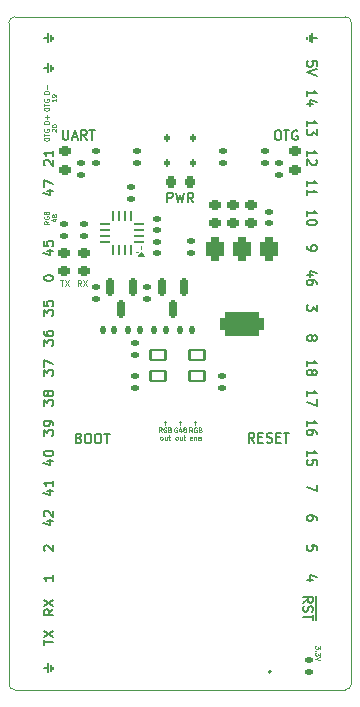
<source format=gto>
G04 #@! TF.GenerationSoftware,KiCad,Pcbnew,8.0.8*
G04 #@! TF.CreationDate,2025-02-02T16:18:31-05:00*
G04 #@! TF.ProjectId,BCD-S3-DevKitC-1-N16R8V,4243442d-5333-42d4-9465-764b6974432d,1.0*
G04 #@! TF.SameCoordinates,Original*
G04 #@! TF.FileFunction,Legend,Top*
G04 #@! TF.FilePolarity,Positive*
%FSLAX46Y46*%
G04 Gerber Fmt 4.6, Leading zero omitted, Abs format (unit mm)*
G04 Created by KiCad (PCBNEW 8.0.8) date 2025-02-02 16:18:31*
%MOMM*%
%LPD*%
G01*
G04 APERTURE LIST*
G04 Aperture macros list*
%AMRoundRect*
0 Rectangle with rounded corners*
0 $1 Rounding radius*
0 $2 $3 $4 $5 $6 $7 $8 $9 X,Y pos of 4 corners*
0 Add a 4 corners polygon primitive as box body*
4,1,4,$2,$3,$4,$5,$6,$7,$8,$9,$2,$3,0*
0 Add four circle primitives for the rounded corners*
1,1,$1+$1,$2,$3*
1,1,$1+$1,$4,$5*
1,1,$1+$1,$6,$7*
1,1,$1+$1,$8,$9*
0 Add four rect primitives between the rounded corners*
20,1,$1+$1,$2,$3,$4,$5,0*
20,1,$1+$1,$4,$5,$6,$7,0*
20,1,$1+$1,$6,$7,$8,$9,0*
20,1,$1+$1,$8,$9,$2,$3,0*%
%AMOutline5P*
0 Free polygon, 5 corners , with rotation*
0 The origin of the aperture is its center*
0 number of corners: always 5*
0 $1 to $10 corner X, Y*
0 $11 Rotation angle, in degrees counterclockwise*
0 create outline with 5 corners*
4,1,5,$1,$2,$3,$4,$5,$6,$7,$8,$9,$10,$1,$2,$11*%
%AMOutline6P*
0 Free polygon, 6 corners , with rotation*
0 The origin of the aperture is its center*
0 number of corners: always 6*
0 $1 to $12 corner X, Y*
0 $13 Rotation angle, in degrees counterclockwise*
0 create outline with 6 corners*
4,1,6,$1,$2,$3,$4,$5,$6,$7,$8,$9,$10,$11,$12,$1,$2,$13*%
%AMOutline7P*
0 Free polygon, 7 corners , with rotation*
0 The origin of the aperture is its center*
0 number of corners: always 7*
0 $1 to $14 corner X, Y*
0 $15 Rotation angle, in degrees counterclockwise*
0 create outline with 7 corners*
4,1,7,$1,$2,$3,$4,$5,$6,$7,$8,$9,$10,$11,$12,$13,$14,$1,$2,$15*%
%AMOutline8P*
0 Free polygon, 8 corners , with rotation*
0 The origin of the aperture is its center*
0 number of corners: always 8*
0 $1 to $16 corner X, Y*
0 $17 Rotation angle, in degrees counterclockwise*
0 create outline with 8 corners*
4,1,8,$1,$2,$3,$4,$5,$6,$7,$8,$9,$10,$11,$12,$13,$14,$15,$16,$1,$2,$17*%
%AMFreePoly0*
4,1,19,0.550000,-0.750000,0.000000,-0.750000,0.000000,-0.744911,-0.071157,-0.744911,-0.207708,-0.704816,-0.327430,-0.627875,-0.420627,-0.520320,-0.479746,-0.390866,-0.500000,-0.250000,-0.500000,0.250000,-0.479746,0.390866,-0.420627,0.520320,-0.327430,0.627875,-0.207708,0.704816,-0.071157,0.744911,0.000000,0.744911,0.000000,0.750000,0.550000,0.750000,0.550000,-0.750000,0.550000,-0.750000,
$1*%
%AMFreePoly1*
4,1,19,0.000000,0.744911,0.071157,0.744911,0.207708,0.704816,0.327430,0.627875,0.420627,0.520320,0.479746,0.390866,0.500000,0.250000,0.500000,-0.250000,0.479746,-0.390866,0.420627,-0.520320,0.327430,-0.627875,0.207708,-0.704816,0.071157,-0.744911,0.000000,-0.744911,0.000000,-0.750000,-0.550000,-0.750000,-0.550000,0.750000,0.000000,0.750000,0.000000,0.744911,0.000000,0.744911,
$1*%
G04 Aperture macros list end*
%ADD10C,0.152400*%
%ADD11C,0.100000*%
%ADD12C,0.120000*%
%ADD13C,0.010000*%
%ADD14C,0.203200*%
%ADD15RoundRect,0.225000X0.250000X-0.225000X0.250000X0.225000X-0.250000X0.225000X-0.250000X-0.225000X0*%
%ADD16RoundRect,0.135000X-0.185000X0.135000X-0.185000X-0.135000X0.185000X-0.135000X0.185000X0.135000X0*%
%ADD17RoundRect,0.140000X0.140000X0.170000X-0.140000X0.170000X-0.140000X-0.170000X0.140000X-0.170000X0*%
%ADD18R,0.750000X1.000000*%
%ADD19RoundRect,0.140000X0.170000X-0.140000X0.170000X0.140000X-0.170000X0.140000X-0.170000X-0.140000X0*%
%ADD20RoundRect,0.218750X0.256250X-0.218750X0.256250X0.218750X-0.256250X0.218750X-0.256250X-0.218750X0*%
%ADD21RoundRect,0.135000X0.185000X-0.135000X0.185000X0.135000X-0.185000X0.135000X-0.185000X-0.135000X0*%
%ADD22RoundRect,0.062500X0.350000X0.062500X-0.350000X0.062500X-0.350000X-0.062500X0.350000X-0.062500X0*%
%ADD23RoundRect,0.062500X0.062500X0.350000X-0.062500X0.350000X-0.062500X-0.350000X0.062500X-0.350000X0*%
%ADD24R,1.700000X1.700000*%
%ADD25RoundRect,0.150000X-0.150000X0.587500X-0.150000X-0.587500X0.150000X-0.587500X0.150000X0.587500X0*%
%ADD26RoundRect,0.140000X-0.140000X-0.170000X0.140000X-0.170000X0.140000X0.170000X-0.140000X0.170000X0*%
%ADD27RoundRect,0.218750X-0.218750X-0.256250X0.218750X-0.256250X0.218750X0.256250X-0.218750X0.256250X0*%
%ADD28RoundRect,0.140000X-0.170000X0.140000X-0.170000X-0.140000X0.170000X-0.140000X0.170000X0.140000X0*%
%ADD29RoundRect,0.218750X-0.256250X0.218750X-0.256250X-0.218750X0.256250X-0.218750X0.256250X0.218750X0*%
%ADD30RoundRect,0.135000X-0.135000X-0.185000X0.135000X-0.185000X0.135000X0.185000X-0.135000X0.185000X0*%
%ADD31RoundRect,0.112500X0.112500X-0.187500X0.112500X0.187500X-0.112500X0.187500X-0.112500X-0.187500X0*%
%ADD32C,0.650000*%
%ADD33R,0.600000X1.450000*%
%ADD34R,0.300000X1.450000*%
%ADD35O,1.000000X2.100000*%
%ADD36O,1.000000X1.600000*%
%ADD37C,0.450000*%
%ADD38Outline6P,-1.000000X0.270000X-0.820000X0.450000X1.000000X0.450000X1.000000X-0.450000X-0.820000X-0.450000X-1.000000X-0.270000X180.000000*%
%ADD39Outline6P,-1.000000X0.270000X-0.820000X0.450000X1.000000X0.450000X1.000000X-0.450000X-0.820000X-0.450000X-1.000000X-0.270000X270.000000*%
%ADD40Outline6P,-1.000000X0.270000X-0.820000X0.450000X1.000000X0.450000X1.000000X-0.450000X-0.820000X-0.450000X-1.000000X-0.270000X0.000000*%
%ADD41C,3.500000*%
%ADD42R,3.900000X3.900000*%
%ADD43FreePoly0,0.000000*%
%ADD44R,1.000000X1.500000*%
%ADD45FreePoly1,0.000000*%
%ADD46RoundRect,0.375000X-0.375000X0.625000X-0.375000X-0.625000X0.375000X-0.625000X0.375000X0.625000X0*%
%ADD47RoundRect,0.500000X-1.400000X0.500000X-1.400000X-0.500000X1.400000X-0.500000X1.400000X0.500000X0*%
%ADD48RoundRect,0.100000X-0.650000X-0.400000X0.650000X-0.400000X0.650000X0.400000X-0.650000X0.400000X0*%
%ADD49C,1.700000*%
G04 #@! TA.AperFunction,Profile*
%ADD50C,0.050000*%
G04 #@! TD*
G04 APERTURE END LIST*
D10*
X156140520Y-77625181D02*
X156140520Y-77780000D01*
X156140520Y-77780000D02*
X156179225Y-77857410D01*
X156179225Y-77857410D02*
X156217929Y-77896114D01*
X156217929Y-77896114D02*
X156334044Y-77973524D01*
X156334044Y-77973524D02*
X156488863Y-78012229D01*
X156488863Y-78012229D02*
X156798501Y-78012229D01*
X156798501Y-78012229D02*
X156875910Y-77973524D01*
X156875910Y-77973524D02*
X156914615Y-77934819D01*
X156914615Y-77934819D02*
X156953320Y-77857410D01*
X156953320Y-77857410D02*
X156953320Y-77702591D01*
X156953320Y-77702591D02*
X156914615Y-77625181D01*
X156914615Y-77625181D02*
X156875910Y-77586476D01*
X156875910Y-77586476D02*
X156798501Y-77547772D01*
X156798501Y-77547772D02*
X156604977Y-77547772D01*
X156604977Y-77547772D02*
X156527567Y-77586476D01*
X156527567Y-77586476D02*
X156488863Y-77625181D01*
X156488863Y-77625181D02*
X156450158Y-77702591D01*
X156450158Y-77702591D02*
X156450158Y-77857410D01*
X156450158Y-77857410D02*
X156488863Y-77934819D01*
X156488863Y-77934819D02*
X156527567Y-77973524D01*
X156527567Y-77973524D02*
X156604977Y-78012229D01*
X156953320Y-62385181D02*
X156953320Y-61998133D01*
X156953320Y-61998133D02*
X156566272Y-61959429D01*
X156566272Y-61959429D02*
X156604977Y-61998133D01*
X156604977Y-61998133D02*
X156643682Y-62075543D01*
X156643682Y-62075543D02*
X156643682Y-62269067D01*
X156643682Y-62269067D02*
X156604977Y-62346476D01*
X156604977Y-62346476D02*
X156566272Y-62385181D01*
X156566272Y-62385181D02*
X156488863Y-62423886D01*
X156488863Y-62423886D02*
X156295339Y-62423886D01*
X156295339Y-62423886D02*
X156217929Y-62385181D01*
X156217929Y-62385181D02*
X156179225Y-62346476D01*
X156179225Y-62346476D02*
X156140520Y-62269067D01*
X156140520Y-62269067D02*
X156140520Y-62075543D01*
X156140520Y-62075543D02*
X156179225Y-61998133D01*
X156179225Y-61998133D02*
X156217929Y-61959429D01*
X156953320Y-62656114D02*
X156140520Y-62927047D01*
X156140520Y-62927047D02*
X156953320Y-63197981D01*
X133846679Y-80358705D02*
X133846679Y-80281295D01*
X133846679Y-80281295D02*
X133885384Y-80203886D01*
X133885384Y-80203886D02*
X133924089Y-80165181D01*
X133924089Y-80165181D02*
X134001498Y-80126476D01*
X134001498Y-80126476D02*
X134156317Y-80087771D01*
X134156317Y-80087771D02*
X134349841Y-80087771D01*
X134349841Y-80087771D02*
X134504660Y-80126476D01*
X134504660Y-80126476D02*
X134582070Y-80165181D01*
X134582070Y-80165181D02*
X134620775Y-80203886D01*
X134620775Y-80203886D02*
X134659479Y-80281295D01*
X134659479Y-80281295D02*
X134659479Y-80358705D01*
X134659479Y-80358705D02*
X134620775Y-80436114D01*
X134620775Y-80436114D02*
X134582070Y-80474819D01*
X134582070Y-80474819D02*
X134504660Y-80513524D01*
X134504660Y-80513524D02*
X134349841Y-80552228D01*
X134349841Y-80552228D02*
X134156317Y-80552228D01*
X134156317Y-80552228D02*
X134001498Y-80513524D01*
X134001498Y-80513524D02*
X133924089Y-80474819D01*
X133924089Y-80474819D02*
X133885384Y-80436114D01*
X133885384Y-80436114D02*
X133846679Y-80358705D01*
X153591164Y-67824066D02*
X153745983Y-67824066D01*
X153745983Y-67824066D02*
X153823393Y-67862771D01*
X153823393Y-67862771D02*
X153900802Y-67940181D01*
X153900802Y-67940181D02*
X153939507Y-68095000D01*
X153939507Y-68095000D02*
X153939507Y-68365933D01*
X153939507Y-68365933D02*
X153900802Y-68520752D01*
X153900802Y-68520752D02*
X153823393Y-68598162D01*
X153823393Y-68598162D02*
X153745983Y-68636866D01*
X153745983Y-68636866D02*
X153591164Y-68636866D01*
X153591164Y-68636866D02*
X153513755Y-68598162D01*
X153513755Y-68598162D02*
X153436345Y-68520752D01*
X153436345Y-68520752D02*
X153397641Y-68365933D01*
X153397641Y-68365933D02*
X153397641Y-68095000D01*
X153397641Y-68095000D02*
X153436345Y-67940181D01*
X153436345Y-67940181D02*
X153513755Y-67862771D01*
X153513755Y-67862771D02*
X153591164Y-67824066D01*
X154171736Y-67824066D02*
X154636193Y-67824066D01*
X154403965Y-68636866D02*
X154403965Y-67824066D01*
X155332879Y-67862771D02*
X155255469Y-67824066D01*
X155255469Y-67824066D02*
X155139355Y-67824066D01*
X155139355Y-67824066D02*
X155023241Y-67862771D01*
X155023241Y-67862771D02*
X154945831Y-67940181D01*
X154945831Y-67940181D02*
X154907126Y-68017590D01*
X154907126Y-68017590D02*
X154868422Y-68172409D01*
X154868422Y-68172409D02*
X154868422Y-68288523D01*
X154868422Y-68288523D02*
X154907126Y-68443342D01*
X154907126Y-68443342D02*
X154945831Y-68520752D01*
X154945831Y-68520752D02*
X155023241Y-68598162D01*
X155023241Y-68598162D02*
X155139355Y-68636866D01*
X155139355Y-68636866D02*
X155216764Y-68636866D01*
X155216764Y-68636866D02*
X155332879Y-68598162D01*
X155332879Y-68598162D02*
X155371583Y-68559457D01*
X155371583Y-68559457D02*
X155371583Y-68288523D01*
X155371583Y-68288523D02*
X155216764Y-68288523D01*
X134195022Y-113727047D02*
X134195022Y-112952952D01*
X134427251Y-113572228D02*
X134427251Y-113107771D01*
X133846679Y-113340000D02*
X134195022Y-113340000D01*
X134659479Y-113262590D02*
X134659479Y-113417409D01*
X134195022Y-62927047D02*
X134195022Y-62152952D01*
X134427251Y-62772228D02*
X134427251Y-62307771D01*
X133846679Y-62540000D02*
X134195022Y-62540000D01*
X134659479Y-62462590D02*
X134659479Y-62617409D01*
X156953320Y-100794819D02*
X156953320Y-100640000D01*
X156953320Y-100640000D02*
X156914615Y-100562591D01*
X156914615Y-100562591D02*
X156875910Y-100523886D01*
X156875910Y-100523886D02*
X156759796Y-100446476D01*
X156759796Y-100446476D02*
X156604977Y-100407772D01*
X156604977Y-100407772D02*
X156295339Y-100407772D01*
X156295339Y-100407772D02*
X156217929Y-100446476D01*
X156217929Y-100446476D02*
X156179225Y-100485181D01*
X156179225Y-100485181D02*
X156140520Y-100562591D01*
X156140520Y-100562591D02*
X156140520Y-100717410D01*
X156140520Y-100717410D02*
X156179225Y-100794819D01*
X156179225Y-100794819D02*
X156217929Y-100833524D01*
X156217929Y-100833524D02*
X156295339Y-100872229D01*
X156295339Y-100872229D02*
X156488863Y-100872229D01*
X156488863Y-100872229D02*
X156566272Y-100833524D01*
X156566272Y-100833524D02*
X156604977Y-100794819D01*
X156604977Y-100794819D02*
X156643682Y-100717410D01*
X156643682Y-100717410D02*
X156643682Y-100562591D01*
X156643682Y-100562591D02*
X156604977Y-100485181D01*
X156604977Y-100485181D02*
X156566272Y-100446476D01*
X156566272Y-100446476D02*
X156488863Y-100407772D01*
D11*
X137024771Y-81028709D02*
X136858105Y-80790614D01*
X136739057Y-81028709D02*
X136739057Y-80528709D01*
X136739057Y-80528709D02*
X136929533Y-80528709D01*
X136929533Y-80528709D02*
X136977152Y-80552519D01*
X136977152Y-80552519D02*
X137000962Y-80576328D01*
X137000962Y-80576328D02*
X137024771Y-80623947D01*
X137024771Y-80623947D02*
X137024771Y-80695376D01*
X137024771Y-80695376D02*
X137000962Y-80742995D01*
X137000962Y-80742995D02*
X136977152Y-80766804D01*
X136977152Y-80766804D02*
X136929533Y-80790614D01*
X136929533Y-80790614D02*
X136739057Y-80790614D01*
X137191438Y-80528709D02*
X137524771Y-81028709D01*
X137524771Y-80528709D02*
X137191438Y-81028709D01*
X133882847Y-66070476D02*
X133882847Y-65994285D01*
X133882847Y-65994285D02*
X133901895Y-65956190D01*
X133901895Y-65956190D02*
X133939990Y-65918095D01*
X133939990Y-65918095D02*
X134016180Y-65899047D01*
X134016180Y-65899047D02*
X134149514Y-65899047D01*
X134149514Y-65899047D02*
X134225704Y-65918095D01*
X134225704Y-65918095D02*
X134263800Y-65956190D01*
X134263800Y-65956190D02*
X134282847Y-65994285D01*
X134282847Y-65994285D02*
X134282847Y-66070476D01*
X134282847Y-66070476D02*
X134263800Y-66108571D01*
X134263800Y-66108571D02*
X134225704Y-66146666D01*
X134225704Y-66146666D02*
X134149514Y-66165714D01*
X134149514Y-66165714D02*
X134016180Y-66165714D01*
X134016180Y-66165714D02*
X133939990Y-66146666D01*
X133939990Y-66146666D02*
X133901895Y-66108571D01*
X133901895Y-66108571D02*
X133882847Y-66070476D01*
X133882847Y-65784761D02*
X133882847Y-65556190D01*
X134282847Y-65670476D02*
X133882847Y-65670476D01*
X133901895Y-65213333D02*
X133882847Y-65251428D01*
X133882847Y-65251428D02*
X133882847Y-65308571D01*
X133882847Y-65308571D02*
X133901895Y-65365714D01*
X133901895Y-65365714D02*
X133939990Y-65403809D01*
X133939990Y-65403809D02*
X133978085Y-65422856D01*
X133978085Y-65422856D02*
X134054276Y-65441904D01*
X134054276Y-65441904D02*
X134111419Y-65441904D01*
X134111419Y-65441904D02*
X134187609Y-65422856D01*
X134187609Y-65422856D02*
X134225704Y-65403809D01*
X134225704Y-65403809D02*
X134263800Y-65365714D01*
X134263800Y-65365714D02*
X134282847Y-65308571D01*
X134282847Y-65308571D02*
X134282847Y-65270475D01*
X134282847Y-65270475D02*
X134263800Y-65213333D01*
X134263800Y-65213333D02*
X134244752Y-65194285D01*
X134244752Y-65194285D02*
X134111419Y-65194285D01*
X134111419Y-65194285D02*
X134111419Y-65270475D01*
X134282847Y-64718094D02*
X133882847Y-64718094D01*
X133882847Y-64718094D02*
X133882847Y-64622856D01*
X133882847Y-64622856D02*
X133901895Y-64565713D01*
X133901895Y-64565713D02*
X133939990Y-64527618D01*
X133939990Y-64527618D02*
X133978085Y-64508571D01*
X133978085Y-64508571D02*
X134054276Y-64489523D01*
X134054276Y-64489523D02*
X134111419Y-64489523D01*
X134111419Y-64489523D02*
X134187609Y-64508571D01*
X134187609Y-64508571D02*
X134225704Y-64527618D01*
X134225704Y-64527618D02*
X134263800Y-64565713D01*
X134263800Y-64565713D02*
X134282847Y-64622856D01*
X134282847Y-64622856D02*
X134282847Y-64718094D01*
X134130466Y-64318094D02*
X134130466Y-64013333D01*
X134926825Y-65156190D02*
X134926825Y-65384761D01*
X134926825Y-65270475D02*
X134526825Y-65270475D01*
X134526825Y-65270475D02*
X134583968Y-65308571D01*
X134583968Y-65308571D02*
X134622063Y-65346666D01*
X134622063Y-65346666D02*
X134641111Y-65384761D01*
X134926825Y-64965714D02*
X134926825Y-64889523D01*
X134926825Y-64889523D02*
X134907778Y-64851428D01*
X134907778Y-64851428D02*
X134888730Y-64832380D01*
X134888730Y-64832380D02*
X134831587Y-64794285D01*
X134831587Y-64794285D02*
X134755397Y-64775238D01*
X134755397Y-64775238D02*
X134603016Y-64775238D01*
X134603016Y-64775238D02*
X134564920Y-64794285D01*
X134564920Y-64794285D02*
X134545873Y-64813333D01*
X134545873Y-64813333D02*
X134526825Y-64851428D01*
X134526825Y-64851428D02*
X134526825Y-64927619D01*
X134526825Y-64927619D02*
X134545873Y-64965714D01*
X134545873Y-64965714D02*
X134564920Y-64984761D01*
X134564920Y-64984761D02*
X134603016Y-65003809D01*
X134603016Y-65003809D02*
X134698254Y-65003809D01*
X134698254Y-65003809D02*
X134736349Y-64984761D01*
X134736349Y-64984761D02*
X134755397Y-64965714D01*
X134755397Y-64965714D02*
X134774444Y-64927619D01*
X134774444Y-64927619D02*
X134774444Y-64851428D01*
X134774444Y-64851428D02*
X134755397Y-64813333D01*
X134755397Y-64813333D02*
X134736349Y-64794285D01*
X134736349Y-64794285D02*
X134698254Y-64775238D01*
D10*
X134659479Y-105487771D02*
X134659479Y-105952228D01*
X134659479Y-105720000D02*
X133846679Y-105720000D01*
X133846679Y-105720000D02*
X133962794Y-105797409D01*
X133962794Y-105797409D02*
X134040203Y-105874819D01*
X134040203Y-105874819D02*
X134078908Y-105952228D01*
X133846679Y-83517980D02*
X133846679Y-83014818D01*
X133846679Y-83014818D02*
X134156317Y-83285752D01*
X134156317Y-83285752D02*
X134156317Y-83169637D01*
X134156317Y-83169637D02*
X134195022Y-83092228D01*
X134195022Y-83092228D02*
X134233727Y-83053523D01*
X134233727Y-83053523D02*
X134311136Y-83014818D01*
X134311136Y-83014818D02*
X134504660Y-83014818D01*
X134504660Y-83014818D02*
X134582070Y-83053523D01*
X134582070Y-83053523D02*
X134620775Y-83092228D01*
X134620775Y-83092228D02*
X134659479Y-83169637D01*
X134659479Y-83169637D02*
X134659479Y-83401866D01*
X134659479Y-83401866D02*
X134620775Y-83479275D01*
X134620775Y-83479275D02*
X134582070Y-83517980D01*
X133846679Y-82279428D02*
X133846679Y-82666476D01*
X133846679Y-82666476D02*
X134233727Y-82705180D01*
X134233727Y-82705180D02*
X134195022Y-82666476D01*
X134195022Y-82666476D02*
X134156317Y-82589066D01*
X134156317Y-82589066D02*
X134156317Y-82395542D01*
X134156317Y-82395542D02*
X134195022Y-82318133D01*
X134195022Y-82318133D02*
X134233727Y-82279428D01*
X134233727Y-82279428D02*
X134311136Y-82240723D01*
X134311136Y-82240723D02*
X134504660Y-82240723D01*
X134504660Y-82240723D02*
X134582070Y-82279428D01*
X134582070Y-82279428D02*
X134620775Y-82318133D01*
X134620775Y-82318133D02*
X134659479Y-82395542D01*
X134659479Y-82395542D02*
X134659479Y-82589066D01*
X134659479Y-82589066D02*
X134620775Y-82666476D01*
X134620775Y-82666476D02*
X134582070Y-82705180D01*
X134117613Y-100872228D02*
X134659479Y-100872228D01*
X133807975Y-101065752D02*
X134388546Y-101259275D01*
X134388546Y-101259275D02*
X134388546Y-100756114D01*
X133924089Y-100485180D02*
X133885384Y-100446476D01*
X133885384Y-100446476D02*
X133846679Y-100369066D01*
X133846679Y-100369066D02*
X133846679Y-100175542D01*
X133846679Y-100175542D02*
X133885384Y-100098133D01*
X133885384Y-100098133D02*
X133924089Y-100059428D01*
X133924089Y-100059428D02*
X134001498Y-100020723D01*
X134001498Y-100020723D02*
X134078908Y-100020723D01*
X134078908Y-100020723D02*
X134195022Y-100059428D01*
X134195022Y-100059428D02*
X134659479Y-100523885D01*
X134659479Y-100523885D02*
X134659479Y-100020723D01*
X156140520Y-95405181D02*
X156140520Y-94940724D01*
X156140520Y-95172952D02*
X156953320Y-95172952D01*
X156953320Y-95172952D02*
X156837205Y-95095543D01*
X156837205Y-95095543D02*
X156759796Y-95018133D01*
X156759796Y-95018133D02*
X156721091Y-94940724D01*
X156953320Y-96140571D02*
X156953320Y-95753523D01*
X156953320Y-95753523D02*
X156566272Y-95714819D01*
X156566272Y-95714819D02*
X156604977Y-95753523D01*
X156604977Y-95753523D02*
X156643682Y-95830933D01*
X156643682Y-95830933D02*
X156643682Y-96024457D01*
X156643682Y-96024457D02*
X156604977Y-96101866D01*
X156604977Y-96101866D02*
X156566272Y-96140571D01*
X156566272Y-96140571D02*
X156488863Y-96179276D01*
X156488863Y-96179276D02*
X156295339Y-96179276D01*
X156295339Y-96179276D02*
X156217929Y-96140571D01*
X156217929Y-96140571D02*
X156179225Y-96101866D01*
X156179225Y-96101866D02*
X156140520Y-96024457D01*
X156140520Y-96024457D02*
X156140520Y-95830933D01*
X156140520Y-95830933D02*
X156179225Y-95753523D01*
X156179225Y-95753523D02*
X156217929Y-95714819D01*
X156953320Y-103373524D02*
X156953320Y-102986476D01*
X156953320Y-102986476D02*
X156566272Y-102947772D01*
X156566272Y-102947772D02*
X156604977Y-102986476D01*
X156604977Y-102986476D02*
X156643682Y-103063886D01*
X156643682Y-103063886D02*
X156643682Y-103257410D01*
X156643682Y-103257410D02*
X156604977Y-103334819D01*
X156604977Y-103334819D02*
X156566272Y-103373524D01*
X156566272Y-103373524D02*
X156488863Y-103412229D01*
X156488863Y-103412229D02*
X156295339Y-103412229D01*
X156295339Y-103412229D02*
X156217929Y-103373524D01*
X156217929Y-103373524D02*
X156179225Y-103334819D01*
X156179225Y-103334819D02*
X156140520Y-103257410D01*
X156140520Y-103257410D02*
X156140520Y-103063886D01*
X156140520Y-103063886D02*
X156179225Y-102986476D01*
X156179225Y-102986476D02*
X156217929Y-102947772D01*
X134117613Y-95792228D02*
X134659479Y-95792228D01*
X133807975Y-95985752D02*
X134388546Y-96179275D01*
X134388546Y-96179275D02*
X134388546Y-95676114D01*
X133846679Y-95211657D02*
X133846679Y-95134247D01*
X133846679Y-95134247D02*
X133885384Y-95056838D01*
X133885384Y-95056838D02*
X133924089Y-95018133D01*
X133924089Y-95018133D02*
X134001498Y-94979428D01*
X134001498Y-94979428D02*
X134156317Y-94940723D01*
X134156317Y-94940723D02*
X134349841Y-94940723D01*
X134349841Y-94940723D02*
X134504660Y-94979428D01*
X134504660Y-94979428D02*
X134582070Y-95018133D01*
X134582070Y-95018133D02*
X134620775Y-95056838D01*
X134620775Y-95056838D02*
X134659479Y-95134247D01*
X134659479Y-95134247D02*
X134659479Y-95211657D01*
X134659479Y-95211657D02*
X134620775Y-95289066D01*
X134620775Y-95289066D02*
X134582070Y-95327771D01*
X134582070Y-95327771D02*
X134504660Y-95366476D01*
X134504660Y-95366476D02*
X134349841Y-95405180D01*
X134349841Y-95405180D02*
X134156317Y-95405180D01*
X134156317Y-95405180D02*
X134001498Y-95366476D01*
X134001498Y-95366476D02*
X133924089Y-95327771D01*
X133924089Y-95327771D02*
X133885384Y-95289066D01*
X133885384Y-95289066D02*
X133846679Y-95211657D01*
X135467119Y-67824066D02*
X135467119Y-68482047D01*
X135467119Y-68482047D02*
X135505824Y-68559457D01*
X135505824Y-68559457D02*
X135544529Y-68598162D01*
X135544529Y-68598162D02*
X135621938Y-68636866D01*
X135621938Y-68636866D02*
X135776757Y-68636866D01*
X135776757Y-68636866D02*
X135854167Y-68598162D01*
X135854167Y-68598162D02*
X135892872Y-68559457D01*
X135892872Y-68559457D02*
X135931576Y-68482047D01*
X135931576Y-68482047D02*
X135931576Y-67824066D01*
X136279920Y-68404638D02*
X136666967Y-68404638D01*
X136202510Y-68636866D02*
X136473443Y-67824066D01*
X136473443Y-67824066D02*
X136744377Y-68636866D01*
X137479767Y-68636866D02*
X137208834Y-68249819D01*
X137015310Y-68636866D02*
X137015310Y-67824066D01*
X137015310Y-67824066D02*
X137324948Y-67824066D01*
X137324948Y-67824066D02*
X137402358Y-67862771D01*
X137402358Y-67862771D02*
X137441063Y-67901476D01*
X137441063Y-67901476D02*
X137479767Y-67978885D01*
X137479767Y-67978885D02*
X137479767Y-68095000D01*
X137479767Y-68095000D02*
X137441063Y-68172409D01*
X137441063Y-68172409D02*
X137402358Y-68211114D01*
X137402358Y-68211114D02*
X137324948Y-68249819D01*
X137324948Y-68249819D02*
X137015310Y-68249819D01*
X137711996Y-67824066D02*
X138176453Y-67824066D01*
X137944225Y-68636866D02*
X137944225Y-67824066D01*
D11*
X135214648Y-80528709D02*
X135500362Y-80528709D01*
X135357505Y-81028709D02*
X135357505Y-80528709D01*
X135619409Y-80528709D02*
X135952742Y-81028709D01*
X135952742Y-80528709D02*
X135619409Y-81028709D01*
D10*
X133846679Y-88597980D02*
X133846679Y-88094818D01*
X133846679Y-88094818D02*
X134156317Y-88365752D01*
X134156317Y-88365752D02*
X134156317Y-88249637D01*
X134156317Y-88249637D02*
X134195022Y-88172228D01*
X134195022Y-88172228D02*
X134233727Y-88133523D01*
X134233727Y-88133523D02*
X134311136Y-88094818D01*
X134311136Y-88094818D02*
X134504660Y-88094818D01*
X134504660Y-88094818D02*
X134582070Y-88133523D01*
X134582070Y-88133523D02*
X134620775Y-88172228D01*
X134620775Y-88172228D02*
X134659479Y-88249637D01*
X134659479Y-88249637D02*
X134659479Y-88481866D01*
X134659479Y-88481866D02*
X134620775Y-88559275D01*
X134620775Y-88559275D02*
X134582070Y-88597980D01*
X133846679Y-87823885D02*
X133846679Y-87282019D01*
X133846679Y-87282019D02*
X134659479Y-87630361D01*
X134117613Y-78012228D02*
X134659479Y-78012228D01*
X133807975Y-78205752D02*
X134388546Y-78399275D01*
X134388546Y-78399275D02*
X134388546Y-77896114D01*
X133846679Y-77199428D02*
X133846679Y-77586476D01*
X133846679Y-77586476D02*
X134233727Y-77625180D01*
X134233727Y-77625180D02*
X134195022Y-77586476D01*
X134195022Y-77586476D02*
X134156317Y-77509066D01*
X134156317Y-77509066D02*
X134156317Y-77315542D01*
X134156317Y-77315542D02*
X134195022Y-77238133D01*
X134195022Y-77238133D02*
X134233727Y-77199428D01*
X134233727Y-77199428D02*
X134311136Y-77160723D01*
X134311136Y-77160723D02*
X134504660Y-77160723D01*
X134504660Y-77160723D02*
X134582070Y-77199428D01*
X134582070Y-77199428D02*
X134620775Y-77238133D01*
X134620775Y-77238133D02*
X134659479Y-77315542D01*
X134659479Y-77315542D02*
X134659479Y-77509066D01*
X134659479Y-77509066D02*
X134620775Y-77586476D01*
X134620775Y-77586476D02*
X134582070Y-77625180D01*
D11*
X144112500Y-92740127D02*
X144112500Y-92435365D01*
X144036309Y-92511556D02*
X144112500Y-92435365D01*
X144112500Y-92435365D02*
X144188690Y-92511556D01*
X143836309Y-93384105D02*
X143702976Y-93193629D01*
X143607738Y-93384105D02*
X143607738Y-92984105D01*
X143607738Y-92984105D02*
X143760119Y-92984105D01*
X143760119Y-92984105D02*
X143798214Y-93003153D01*
X143798214Y-93003153D02*
X143817261Y-93022200D01*
X143817261Y-93022200D02*
X143836309Y-93060296D01*
X143836309Y-93060296D02*
X143836309Y-93117438D01*
X143836309Y-93117438D02*
X143817261Y-93155534D01*
X143817261Y-93155534D02*
X143798214Y-93174581D01*
X143798214Y-93174581D02*
X143760119Y-93193629D01*
X143760119Y-93193629D02*
X143607738Y-93193629D01*
X144217261Y-93003153D02*
X144179166Y-92984105D01*
X144179166Y-92984105D02*
X144122023Y-92984105D01*
X144122023Y-92984105D02*
X144064880Y-93003153D01*
X144064880Y-93003153D02*
X144026785Y-93041248D01*
X144026785Y-93041248D02*
X144007738Y-93079343D01*
X144007738Y-93079343D02*
X143988690Y-93155534D01*
X143988690Y-93155534D02*
X143988690Y-93212677D01*
X143988690Y-93212677D02*
X144007738Y-93288867D01*
X144007738Y-93288867D02*
X144026785Y-93326962D01*
X144026785Y-93326962D02*
X144064880Y-93365058D01*
X144064880Y-93365058D02*
X144122023Y-93384105D01*
X144122023Y-93384105D02*
X144160119Y-93384105D01*
X144160119Y-93384105D02*
X144217261Y-93365058D01*
X144217261Y-93365058D02*
X144236309Y-93346010D01*
X144236309Y-93346010D02*
X144236309Y-93212677D01*
X144236309Y-93212677D02*
X144160119Y-93212677D01*
X144541071Y-93174581D02*
X144598214Y-93193629D01*
X144598214Y-93193629D02*
X144617261Y-93212677D01*
X144617261Y-93212677D02*
X144636309Y-93250772D01*
X144636309Y-93250772D02*
X144636309Y-93307915D01*
X144636309Y-93307915D02*
X144617261Y-93346010D01*
X144617261Y-93346010D02*
X144598214Y-93365058D01*
X144598214Y-93365058D02*
X144560119Y-93384105D01*
X144560119Y-93384105D02*
X144407738Y-93384105D01*
X144407738Y-93384105D02*
X144407738Y-92984105D01*
X144407738Y-92984105D02*
X144541071Y-92984105D01*
X144541071Y-92984105D02*
X144579166Y-93003153D01*
X144579166Y-93003153D02*
X144598214Y-93022200D01*
X144598214Y-93022200D02*
X144617261Y-93060296D01*
X144617261Y-93060296D02*
X144617261Y-93098391D01*
X144617261Y-93098391D02*
X144598214Y-93136486D01*
X144598214Y-93136486D02*
X144579166Y-93155534D01*
X144579166Y-93155534D02*
X144541071Y-93174581D01*
X144541071Y-93174581D02*
X144407738Y-93174581D01*
X143788690Y-94028083D02*
X143750595Y-94009036D01*
X143750595Y-94009036D02*
X143731548Y-93989988D01*
X143731548Y-93989988D02*
X143712500Y-93951893D01*
X143712500Y-93951893D02*
X143712500Y-93837607D01*
X143712500Y-93837607D02*
X143731548Y-93799512D01*
X143731548Y-93799512D02*
X143750595Y-93780464D01*
X143750595Y-93780464D02*
X143788690Y-93761416D01*
X143788690Y-93761416D02*
X143845833Y-93761416D01*
X143845833Y-93761416D02*
X143883929Y-93780464D01*
X143883929Y-93780464D02*
X143902976Y-93799512D01*
X143902976Y-93799512D02*
X143922024Y-93837607D01*
X143922024Y-93837607D02*
X143922024Y-93951893D01*
X143922024Y-93951893D02*
X143902976Y-93989988D01*
X143902976Y-93989988D02*
X143883929Y-94009036D01*
X143883929Y-94009036D02*
X143845833Y-94028083D01*
X143845833Y-94028083D02*
X143788690Y-94028083D01*
X144264881Y-93761416D02*
X144264881Y-94028083D01*
X144093453Y-93761416D02*
X144093453Y-93970940D01*
X144093453Y-93970940D02*
X144112500Y-94009036D01*
X144112500Y-94009036D02*
X144150595Y-94028083D01*
X144150595Y-94028083D02*
X144207738Y-94028083D01*
X144207738Y-94028083D02*
X144245834Y-94009036D01*
X144245834Y-94009036D02*
X144264881Y-93989988D01*
X144398215Y-93761416D02*
X144550596Y-93761416D01*
X144455358Y-93628083D02*
X144455358Y-93970940D01*
X144455358Y-93970940D02*
X144474405Y-94009036D01*
X144474405Y-94009036D02*
X144512500Y-94028083D01*
X144512500Y-94028083D02*
X144550596Y-94028083D01*
D10*
X134659479Y-108395467D02*
X134272432Y-108666400D01*
X134659479Y-108859924D02*
X133846679Y-108859924D01*
X133846679Y-108859924D02*
X133846679Y-108550286D01*
X133846679Y-108550286D02*
X133885384Y-108472876D01*
X133885384Y-108472876D02*
X133924089Y-108434171D01*
X133924089Y-108434171D02*
X134001498Y-108395467D01*
X134001498Y-108395467D02*
X134117613Y-108395467D01*
X134117613Y-108395467D02*
X134195022Y-108434171D01*
X134195022Y-108434171D02*
X134233727Y-108472876D01*
X134233727Y-108472876D02*
X134272432Y-108550286D01*
X134272432Y-108550286D02*
X134272432Y-108859924D01*
X133846679Y-108124533D02*
X134659479Y-107582667D01*
X133846679Y-107582667D02*
X134659479Y-108124533D01*
X156682386Y-105874819D02*
X156140520Y-105874819D01*
X156992025Y-105681295D02*
X156411453Y-105487772D01*
X156411453Y-105487772D02*
X156411453Y-105990933D01*
X156140520Y-72545181D02*
X156140520Y-72080724D01*
X156140520Y-72312952D02*
X156953320Y-72312952D01*
X156953320Y-72312952D02*
X156837205Y-72235543D01*
X156837205Y-72235543D02*
X156759796Y-72158133D01*
X156759796Y-72158133D02*
X156721091Y-72080724D01*
X156140520Y-73319276D02*
X156140520Y-72854819D01*
X156140520Y-73087047D02*
X156953320Y-73087047D01*
X156953320Y-73087047D02*
X156837205Y-73009638D01*
X156837205Y-73009638D02*
X156759796Y-72932228D01*
X156759796Y-72932228D02*
X156721091Y-72854819D01*
D11*
X146687500Y-92740127D02*
X146687500Y-92435365D01*
X146611309Y-92511556D02*
X146687500Y-92435365D01*
X146687500Y-92435365D02*
X146763690Y-92511556D01*
X146411309Y-93384105D02*
X146277976Y-93193629D01*
X146182738Y-93384105D02*
X146182738Y-92984105D01*
X146182738Y-92984105D02*
X146335119Y-92984105D01*
X146335119Y-92984105D02*
X146373214Y-93003153D01*
X146373214Y-93003153D02*
X146392261Y-93022200D01*
X146392261Y-93022200D02*
X146411309Y-93060296D01*
X146411309Y-93060296D02*
X146411309Y-93117438D01*
X146411309Y-93117438D02*
X146392261Y-93155534D01*
X146392261Y-93155534D02*
X146373214Y-93174581D01*
X146373214Y-93174581D02*
X146335119Y-93193629D01*
X146335119Y-93193629D02*
X146182738Y-93193629D01*
X146792261Y-93003153D02*
X146754166Y-92984105D01*
X146754166Y-92984105D02*
X146697023Y-92984105D01*
X146697023Y-92984105D02*
X146639880Y-93003153D01*
X146639880Y-93003153D02*
X146601785Y-93041248D01*
X146601785Y-93041248D02*
X146582738Y-93079343D01*
X146582738Y-93079343D02*
X146563690Y-93155534D01*
X146563690Y-93155534D02*
X146563690Y-93212677D01*
X146563690Y-93212677D02*
X146582738Y-93288867D01*
X146582738Y-93288867D02*
X146601785Y-93326962D01*
X146601785Y-93326962D02*
X146639880Y-93365058D01*
X146639880Y-93365058D02*
X146697023Y-93384105D01*
X146697023Y-93384105D02*
X146735119Y-93384105D01*
X146735119Y-93384105D02*
X146792261Y-93365058D01*
X146792261Y-93365058D02*
X146811309Y-93346010D01*
X146811309Y-93346010D02*
X146811309Y-93212677D01*
X146811309Y-93212677D02*
X146735119Y-93212677D01*
X147116071Y-93174581D02*
X147173214Y-93193629D01*
X147173214Y-93193629D02*
X147192261Y-93212677D01*
X147192261Y-93212677D02*
X147211309Y-93250772D01*
X147211309Y-93250772D02*
X147211309Y-93307915D01*
X147211309Y-93307915D02*
X147192261Y-93346010D01*
X147192261Y-93346010D02*
X147173214Y-93365058D01*
X147173214Y-93365058D02*
X147135119Y-93384105D01*
X147135119Y-93384105D02*
X146982738Y-93384105D01*
X146982738Y-93384105D02*
X146982738Y-92984105D01*
X146982738Y-92984105D02*
X147116071Y-92984105D01*
X147116071Y-92984105D02*
X147154166Y-93003153D01*
X147154166Y-93003153D02*
X147173214Y-93022200D01*
X147173214Y-93022200D02*
X147192261Y-93060296D01*
X147192261Y-93060296D02*
X147192261Y-93098391D01*
X147192261Y-93098391D02*
X147173214Y-93136486D01*
X147173214Y-93136486D02*
X147154166Y-93155534D01*
X147154166Y-93155534D02*
X147116071Y-93174581D01*
X147116071Y-93174581D02*
X146982738Y-93174581D01*
X146401786Y-94009036D02*
X146363690Y-94028083D01*
X146363690Y-94028083D02*
X146287500Y-94028083D01*
X146287500Y-94028083D02*
X146249405Y-94009036D01*
X146249405Y-94009036D02*
X146230357Y-93970940D01*
X146230357Y-93970940D02*
X146230357Y-93818559D01*
X146230357Y-93818559D02*
X146249405Y-93780464D01*
X146249405Y-93780464D02*
X146287500Y-93761416D01*
X146287500Y-93761416D02*
X146363690Y-93761416D01*
X146363690Y-93761416D02*
X146401786Y-93780464D01*
X146401786Y-93780464D02*
X146420833Y-93818559D01*
X146420833Y-93818559D02*
X146420833Y-93856655D01*
X146420833Y-93856655D02*
X146230357Y-93894750D01*
X146592262Y-93761416D02*
X146592262Y-94028083D01*
X146592262Y-93799512D02*
X146611309Y-93780464D01*
X146611309Y-93780464D02*
X146649404Y-93761416D01*
X146649404Y-93761416D02*
X146706547Y-93761416D01*
X146706547Y-93761416D02*
X146744643Y-93780464D01*
X146744643Y-93780464D02*
X146763690Y-93818559D01*
X146763690Y-93818559D02*
X146763690Y-94028083D01*
X147125595Y-94028083D02*
X147125595Y-93818559D01*
X147125595Y-93818559D02*
X147106548Y-93780464D01*
X147106548Y-93780464D02*
X147068452Y-93761416D01*
X147068452Y-93761416D02*
X146992262Y-93761416D01*
X146992262Y-93761416D02*
X146954167Y-93780464D01*
X147125595Y-94009036D02*
X147087500Y-94028083D01*
X147087500Y-94028083D02*
X146992262Y-94028083D01*
X146992262Y-94028083D02*
X146954167Y-94009036D01*
X146954167Y-94009036D02*
X146935119Y-93970940D01*
X146935119Y-93970940D02*
X146935119Y-93932845D01*
X146935119Y-93932845D02*
X146954167Y-93894750D01*
X146954167Y-93894750D02*
X146992262Y-93875702D01*
X146992262Y-93875702D02*
X147087500Y-93875702D01*
X147087500Y-93875702D02*
X147125595Y-93856655D01*
X134282847Y-75516190D02*
X134092371Y-75649523D01*
X134282847Y-75744761D02*
X133882847Y-75744761D01*
X133882847Y-75744761D02*
X133882847Y-75592380D01*
X133882847Y-75592380D02*
X133901895Y-75554285D01*
X133901895Y-75554285D02*
X133920942Y-75535238D01*
X133920942Y-75535238D02*
X133959038Y-75516190D01*
X133959038Y-75516190D02*
X134016180Y-75516190D01*
X134016180Y-75516190D02*
X134054276Y-75535238D01*
X134054276Y-75535238D02*
X134073323Y-75554285D01*
X134073323Y-75554285D02*
X134092371Y-75592380D01*
X134092371Y-75592380D02*
X134092371Y-75744761D01*
X133901895Y-75135238D02*
X133882847Y-75173333D01*
X133882847Y-75173333D02*
X133882847Y-75230476D01*
X133882847Y-75230476D02*
X133901895Y-75287619D01*
X133901895Y-75287619D02*
X133939990Y-75325714D01*
X133939990Y-75325714D02*
X133978085Y-75344761D01*
X133978085Y-75344761D02*
X134054276Y-75363809D01*
X134054276Y-75363809D02*
X134111419Y-75363809D01*
X134111419Y-75363809D02*
X134187609Y-75344761D01*
X134187609Y-75344761D02*
X134225704Y-75325714D01*
X134225704Y-75325714D02*
X134263800Y-75287619D01*
X134263800Y-75287619D02*
X134282847Y-75230476D01*
X134282847Y-75230476D02*
X134282847Y-75192380D01*
X134282847Y-75192380D02*
X134263800Y-75135238D01*
X134263800Y-75135238D02*
X134244752Y-75116190D01*
X134244752Y-75116190D02*
X134111419Y-75116190D01*
X134111419Y-75116190D02*
X134111419Y-75192380D01*
X134073323Y-74811428D02*
X134092371Y-74754285D01*
X134092371Y-74754285D02*
X134111419Y-74735238D01*
X134111419Y-74735238D02*
X134149514Y-74716190D01*
X134149514Y-74716190D02*
X134206657Y-74716190D01*
X134206657Y-74716190D02*
X134244752Y-74735238D01*
X134244752Y-74735238D02*
X134263800Y-74754285D01*
X134263800Y-74754285D02*
X134282847Y-74792380D01*
X134282847Y-74792380D02*
X134282847Y-74944761D01*
X134282847Y-74944761D02*
X133882847Y-74944761D01*
X133882847Y-74944761D02*
X133882847Y-74811428D01*
X133882847Y-74811428D02*
X133901895Y-74773333D01*
X133901895Y-74773333D02*
X133920942Y-74754285D01*
X133920942Y-74754285D02*
X133959038Y-74735238D01*
X133959038Y-74735238D02*
X133997133Y-74735238D01*
X133997133Y-74735238D02*
X134035228Y-74754285D01*
X134035228Y-74754285D02*
X134054276Y-74773333D01*
X134054276Y-74773333D02*
X134073323Y-74811428D01*
X134073323Y-74811428D02*
X134073323Y-74944761D01*
X134660158Y-75354285D02*
X134926825Y-75354285D01*
X134507778Y-75449523D02*
X134793492Y-75544761D01*
X134793492Y-75544761D02*
X134793492Y-75297142D01*
X134698254Y-75087619D02*
X134679206Y-75125714D01*
X134679206Y-75125714D02*
X134660158Y-75144761D01*
X134660158Y-75144761D02*
X134622063Y-75163809D01*
X134622063Y-75163809D02*
X134603016Y-75163809D01*
X134603016Y-75163809D02*
X134564920Y-75144761D01*
X134564920Y-75144761D02*
X134545873Y-75125714D01*
X134545873Y-75125714D02*
X134526825Y-75087619D01*
X134526825Y-75087619D02*
X134526825Y-75011428D01*
X134526825Y-75011428D02*
X134545873Y-74973333D01*
X134545873Y-74973333D02*
X134564920Y-74954285D01*
X134564920Y-74954285D02*
X134603016Y-74935238D01*
X134603016Y-74935238D02*
X134622063Y-74935238D01*
X134622063Y-74935238D02*
X134660158Y-74954285D01*
X134660158Y-74954285D02*
X134679206Y-74973333D01*
X134679206Y-74973333D02*
X134698254Y-75011428D01*
X134698254Y-75011428D02*
X134698254Y-75087619D01*
X134698254Y-75087619D02*
X134717301Y-75125714D01*
X134717301Y-75125714D02*
X134736349Y-75144761D01*
X134736349Y-75144761D02*
X134774444Y-75163809D01*
X134774444Y-75163809D02*
X134850635Y-75163809D01*
X134850635Y-75163809D02*
X134888730Y-75144761D01*
X134888730Y-75144761D02*
X134907778Y-75125714D01*
X134907778Y-75125714D02*
X134926825Y-75087619D01*
X134926825Y-75087619D02*
X134926825Y-75011428D01*
X134926825Y-75011428D02*
X134907778Y-74973333D01*
X134907778Y-74973333D02*
X134888730Y-74954285D01*
X134888730Y-74954285D02*
X134850635Y-74935238D01*
X134850635Y-74935238D02*
X134774444Y-74935238D01*
X134774444Y-74935238D02*
X134736349Y-74954285D01*
X134736349Y-74954285D02*
X134717301Y-74973333D01*
X134717301Y-74973333D02*
X134698254Y-75011428D01*
D10*
X156140520Y-87785181D02*
X156140520Y-87320724D01*
X156140520Y-87552952D02*
X156953320Y-87552952D01*
X156953320Y-87552952D02*
X156837205Y-87475543D01*
X156837205Y-87475543D02*
X156759796Y-87398133D01*
X156759796Y-87398133D02*
X156721091Y-87320724D01*
X156604977Y-88249638D02*
X156643682Y-88172228D01*
X156643682Y-88172228D02*
X156682386Y-88133523D01*
X156682386Y-88133523D02*
X156759796Y-88094819D01*
X156759796Y-88094819D02*
X156798501Y-88094819D01*
X156798501Y-88094819D02*
X156875910Y-88133523D01*
X156875910Y-88133523D02*
X156914615Y-88172228D01*
X156914615Y-88172228D02*
X156953320Y-88249638D01*
X156953320Y-88249638D02*
X156953320Y-88404457D01*
X156953320Y-88404457D02*
X156914615Y-88481866D01*
X156914615Y-88481866D02*
X156875910Y-88520571D01*
X156875910Y-88520571D02*
X156798501Y-88559276D01*
X156798501Y-88559276D02*
X156759796Y-88559276D01*
X156759796Y-88559276D02*
X156682386Y-88520571D01*
X156682386Y-88520571D02*
X156643682Y-88481866D01*
X156643682Y-88481866D02*
X156604977Y-88404457D01*
X156604977Y-88404457D02*
X156604977Y-88249638D01*
X156604977Y-88249638D02*
X156566272Y-88172228D01*
X156566272Y-88172228D02*
X156527567Y-88133523D01*
X156527567Y-88133523D02*
X156450158Y-88094819D01*
X156450158Y-88094819D02*
X156295339Y-88094819D01*
X156295339Y-88094819D02*
X156217929Y-88133523D01*
X156217929Y-88133523D02*
X156179225Y-88172228D01*
X156179225Y-88172228D02*
X156140520Y-88249638D01*
X156140520Y-88249638D02*
X156140520Y-88404457D01*
X156140520Y-88404457D02*
X156179225Y-88481866D01*
X156179225Y-88481866D02*
X156217929Y-88520571D01*
X156217929Y-88520571D02*
X156295339Y-88559276D01*
X156295339Y-88559276D02*
X156450158Y-88559276D01*
X156450158Y-88559276D02*
X156527567Y-88520571D01*
X156527567Y-88520571D02*
X156566272Y-88481866D01*
X156566272Y-88481866D02*
X156604977Y-88404457D01*
X133846679Y-93677980D02*
X133846679Y-93174818D01*
X133846679Y-93174818D02*
X134156317Y-93445752D01*
X134156317Y-93445752D02*
X134156317Y-93329637D01*
X134156317Y-93329637D02*
X134195022Y-93252228D01*
X134195022Y-93252228D02*
X134233727Y-93213523D01*
X134233727Y-93213523D02*
X134311136Y-93174818D01*
X134311136Y-93174818D02*
X134504660Y-93174818D01*
X134504660Y-93174818D02*
X134582070Y-93213523D01*
X134582070Y-93213523D02*
X134620775Y-93252228D01*
X134620775Y-93252228D02*
X134659479Y-93329637D01*
X134659479Y-93329637D02*
X134659479Y-93561866D01*
X134659479Y-93561866D02*
X134620775Y-93639275D01*
X134620775Y-93639275D02*
X134582070Y-93677980D01*
X134659479Y-92787771D02*
X134659479Y-92632952D01*
X134659479Y-92632952D02*
X134620775Y-92555542D01*
X134620775Y-92555542D02*
X134582070Y-92516838D01*
X134582070Y-92516838D02*
X134465955Y-92439428D01*
X134465955Y-92439428D02*
X134311136Y-92400723D01*
X134311136Y-92400723D02*
X134001498Y-92400723D01*
X134001498Y-92400723D02*
X133924089Y-92439428D01*
X133924089Y-92439428D02*
X133885384Y-92478133D01*
X133885384Y-92478133D02*
X133846679Y-92555542D01*
X133846679Y-92555542D02*
X133846679Y-92710361D01*
X133846679Y-92710361D02*
X133885384Y-92787771D01*
X133885384Y-92787771D02*
X133924089Y-92826476D01*
X133924089Y-92826476D02*
X134001498Y-92865180D01*
X134001498Y-92865180D02*
X134195022Y-92865180D01*
X134195022Y-92865180D02*
X134272432Y-92826476D01*
X134272432Y-92826476D02*
X134311136Y-92787771D01*
X134311136Y-92787771D02*
X134349841Y-92710361D01*
X134349841Y-92710361D02*
X134349841Y-92555542D01*
X134349841Y-92555542D02*
X134311136Y-92478133D01*
X134311136Y-92478133D02*
X134272432Y-92439428D01*
X134272432Y-92439428D02*
X134195022Y-92400723D01*
X156140520Y-92865181D02*
X156140520Y-92400724D01*
X156140520Y-92632952D02*
X156953320Y-92632952D01*
X156953320Y-92632952D02*
X156837205Y-92555543D01*
X156837205Y-92555543D02*
X156759796Y-92478133D01*
X156759796Y-92478133D02*
X156721091Y-92400724D01*
X156953320Y-93561866D02*
X156953320Y-93407047D01*
X156953320Y-93407047D02*
X156914615Y-93329638D01*
X156914615Y-93329638D02*
X156875910Y-93290933D01*
X156875910Y-93290933D02*
X156759796Y-93213523D01*
X156759796Y-93213523D02*
X156604977Y-93174819D01*
X156604977Y-93174819D02*
X156295339Y-93174819D01*
X156295339Y-93174819D02*
X156217929Y-93213523D01*
X156217929Y-93213523D02*
X156179225Y-93252228D01*
X156179225Y-93252228D02*
X156140520Y-93329638D01*
X156140520Y-93329638D02*
X156140520Y-93484457D01*
X156140520Y-93484457D02*
X156179225Y-93561866D01*
X156179225Y-93561866D02*
X156217929Y-93600571D01*
X156217929Y-93600571D02*
X156295339Y-93639276D01*
X156295339Y-93639276D02*
X156488863Y-93639276D01*
X156488863Y-93639276D02*
X156566272Y-93600571D01*
X156566272Y-93600571D02*
X156604977Y-93561866D01*
X156604977Y-93561866D02*
X156643682Y-93484457D01*
X156643682Y-93484457D02*
X156643682Y-93329638D01*
X156643682Y-93329638D02*
X156604977Y-93252228D01*
X156604977Y-93252228D02*
X156566272Y-93213523D01*
X156566272Y-93213523D02*
X156488863Y-93174819D01*
X134195022Y-60387047D02*
X134195022Y-59612952D01*
X134427251Y-60232228D02*
X134427251Y-59767771D01*
X133846679Y-60000000D02*
X134195022Y-60000000D01*
X134659479Y-59922590D02*
X134659479Y-60077409D01*
D11*
X145400000Y-92740127D02*
X145400000Y-92435365D01*
X145323809Y-92511556D02*
X145400000Y-92435365D01*
X145400000Y-92435365D02*
X145476190Y-92511556D01*
X145123809Y-93003153D02*
X145085714Y-92984105D01*
X145085714Y-92984105D02*
X145028571Y-92984105D01*
X145028571Y-92984105D02*
X144971428Y-93003153D01*
X144971428Y-93003153D02*
X144933333Y-93041248D01*
X144933333Y-93041248D02*
X144914286Y-93079343D01*
X144914286Y-93079343D02*
X144895238Y-93155534D01*
X144895238Y-93155534D02*
X144895238Y-93212677D01*
X144895238Y-93212677D02*
X144914286Y-93288867D01*
X144914286Y-93288867D02*
X144933333Y-93326962D01*
X144933333Y-93326962D02*
X144971428Y-93365058D01*
X144971428Y-93365058D02*
X145028571Y-93384105D01*
X145028571Y-93384105D02*
X145066667Y-93384105D01*
X145066667Y-93384105D02*
X145123809Y-93365058D01*
X145123809Y-93365058D02*
X145142857Y-93346010D01*
X145142857Y-93346010D02*
X145142857Y-93212677D01*
X145142857Y-93212677D02*
X145066667Y-93212677D01*
X145485714Y-93117438D02*
X145485714Y-93384105D01*
X145390476Y-92965058D02*
X145295238Y-93250772D01*
X145295238Y-93250772D02*
X145542857Y-93250772D01*
X145752380Y-93155534D02*
X145714285Y-93136486D01*
X145714285Y-93136486D02*
X145695238Y-93117438D01*
X145695238Y-93117438D02*
X145676190Y-93079343D01*
X145676190Y-93079343D02*
X145676190Y-93060296D01*
X145676190Y-93060296D02*
X145695238Y-93022200D01*
X145695238Y-93022200D02*
X145714285Y-93003153D01*
X145714285Y-93003153D02*
X145752380Y-92984105D01*
X145752380Y-92984105D02*
X145828571Y-92984105D01*
X145828571Y-92984105D02*
X145866666Y-93003153D01*
X145866666Y-93003153D02*
X145885714Y-93022200D01*
X145885714Y-93022200D02*
X145904761Y-93060296D01*
X145904761Y-93060296D02*
X145904761Y-93079343D01*
X145904761Y-93079343D02*
X145885714Y-93117438D01*
X145885714Y-93117438D02*
X145866666Y-93136486D01*
X145866666Y-93136486D02*
X145828571Y-93155534D01*
X145828571Y-93155534D02*
X145752380Y-93155534D01*
X145752380Y-93155534D02*
X145714285Y-93174581D01*
X145714285Y-93174581D02*
X145695238Y-93193629D01*
X145695238Y-93193629D02*
X145676190Y-93231724D01*
X145676190Y-93231724D02*
X145676190Y-93307915D01*
X145676190Y-93307915D02*
X145695238Y-93346010D01*
X145695238Y-93346010D02*
X145714285Y-93365058D01*
X145714285Y-93365058D02*
X145752380Y-93384105D01*
X145752380Y-93384105D02*
X145828571Y-93384105D01*
X145828571Y-93384105D02*
X145866666Y-93365058D01*
X145866666Y-93365058D02*
X145885714Y-93346010D01*
X145885714Y-93346010D02*
X145904761Y-93307915D01*
X145904761Y-93307915D02*
X145904761Y-93231724D01*
X145904761Y-93231724D02*
X145885714Y-93193629D01*
X145885714Y-93193629D02*
X145866666Y-93174581D01*
X145866666Y-93174581D02*
X145828571Y-93155534D01*
X145076190Y-94028083D02*
X145038095Y-94009036D01*
X145038095Y-94009036D02*
X145019048Y-93989988D01*
X145019048Y-93989988D02*
X145000000Y-93951893D01*
X145000000Y-93951893D02*
X145000000Y-93837607D01*
X145000000Y-93837607D02*
X145019048Y-93799512D01*
X145019048Y-93799512D02*
X145038095Y-93780464D01*
X145038095Y-93780464D02*
X145076190Y-93761416D01*
X145076190Y-93761416D02*
X145133333Y-93761416D01*
X145133333Y-93761416D02*
X145171429Y-93780464D01*
X145171429Y-93780464D02*
X145190476Y-93799512D01*
X145190476Y-93799512D02*
X145209524Y-93837607D01*
X145209524Y-93837607D02*
X145209524Y-93951893D01*
X145209524Y-93951893D02*
X145190476Y-93989988D01*
X145190476Y-93989988D02*
X145171429Y-94009036D01*
X145171429Y-94009036D02*
X145133333Y-94028083D01*
X145133333Y-94028083D02*
X145076190Y-94028083D01*
X145552381Y-93761416D02*
X145552381Y-94028083D01*
X145380953Y-93761416D02*
X145380953Y-93970940D01*
X145380953Y-93970940D02*
X145400000Y-94009036D01*
X145400000Y-94009036D02*
X145438095Y-94028083D01*
X145438095Y-94028083D02*
X145495238Y-94028083D01*
X145495238Y-94028083D02*
X145533334Y-94009036D01*
X145533334Y-94009036D02*
X145552381Y-93989988D01*
X145685715Y-93761416D02*
X145838096Y-93761416D01*
X145742858Y-93628083D02*
X145742858Y-93970940D01*
X145742858Y-93970940D02*
X145761905Y-94009036D01*
X145761905Y-94009036D02*
X145800000Y-94028083D01*
X145800000Y-94028083D02*
X145838096Y-94028083D01*
D10*
X133846679Y-91137980D02*
X133846679Y-90634818D01*
X133846679Y-90634818D02*
X134156317Y-90905752D01*
X134156317Y-90905752D02*
X134156317Y-90789637D01*
X134156317Y-90789637D02*
X134195022Y-90712228D01*
X134195022Y-90712228D02*
X134233727Y-90673523D01*
X134233727Y-90673523D02*
X134311136Y-90634818D01*
X134311136Y-90634818D02*
X134504660Y-90634818D01*
X134504660Y-90634818D02*
X134582070Y-90673523D01*
X134582070Y-90673523D02*
X134620775Y-90712228D01*
X134620775Y-90712228D02*
X134659479Y-90789637D01*
X134659479Y-90789637D02*
X134659479Y-91021866D01*
X134659479Y-91021866D02*
X134620775Y-91099275D01*
X134620775Y-91099275D02*
X134582070Y-91137980D01*
X134195022Y-90170361D02*
X134156317Y-90247771D01*
X134156317Y-90247771D02*
X134117613Y-90286476D01*
X134117613Y-90286476D02*
X134040203Y-90325180D01*
X134040203Y-90325180D02*
X134001498Y-90325180D01*
X134001498Y-90325180D02*
X133924089Y-90286476D01*
X133924089Y-90286476D02*
X133885384Y-90247771D01*
X133885384Y-90247771D02*
X133846679Y-90170361D01*
X133846679Y-90170361D02*
X133846679Y-90015542D01*
X133846679Y-90015542D02*
X133885384Y-89938133D01*
X133885384Y-89938133D02*
X133924089Y-89899428D01*
X133924089Y-89899428D02*
X134001498Y-89860723D01*
X134001498Y-89860723D02*
X134040203Y-89860723D01*
X134040203Y-89860723D02*
X134117613Y-89899428D01*
X134117613Y-89899428D02*
X134156317Y-89938133D01*
X134156317Y-89938133D02*
X134195022Y-90015542D01*
X134195022Y-90015542D02*
X134195022Y-90170361D01*
X134195022Y-90170361D02*
X134233727Y-90247771D01*
X134233727Y-90247771D02*
X134272432Y-90286476D01*
X134272432Y-90286476D02*
X134349841Y-90325180D01*
X134349841Y-90325180D02*
X134504660Y-90325180D01*
X134504660Y-90325180D02*
X134582070Y-90286476D01*
X134582070Y-90286476D02*
X134620775Y-90247771D01*
X134620775Y-90247771D02*
X134659479Y-90170361D01*
X134659479Y-90170361D02*
X134659479Y-90015542D01*
X134659479Y-90015542D02*
X134620775Y-89938133D01*
X134620775Y-89938133D02*
X134582070Y-89899428D01*
X134582070Y-89899428D02*
X134504660Y-89860723D01*
X134504660Y-89860723D02*
X134349841Y-89860723D01*
X134349841Y-89860723D02*
X134272432Y-89899428D01*
X134272432Y-89899428D02*
X134233727Y-89938133D01*
X134233727Y-89938133D02*
X134195022Y-90015542D01*
X136831914Y-93885289D02*
X136948028Y-93923994D01*
X136948028Y-93923994D02*
X136986733Y-93962698D01*
X136986733Y-93962698D02*
X137025437Y-94040108D01*
X137025437Y-94040108D02*
X137025437Y-94156222D01*
X137025437Y-94156222D02*
X136986733Y-94233632D01*
X136986733Y-94233632D02*
X136948028Y-94272337D01*
X136948028Y-94272337D02*
X136870618Y-94311041D01*
X136870618Y-94311041D02*
X136560980Y-94311041D01*
X136560980Y-94311041D02*
X136560980Y-93498241D01*
X136560980Y-93498241D02*
X136831914Y-93498241D01*
X136831914Y-93498241D02*
X136909323Y-93536946D01*
X136909323Y-93536946D02*
X136948028Y-93575651D01*
X136948028Y-93575651D02*
X136986733Y-93653060D01*
X136986733Y-93653060D02*
X136986733Y-93730470D01*
X136986733Y-93730470D02*
X136948028Y-93807879D01*
X136948028Y-93807879D02*
X136909323Y-93846584D01*
X136909323Y-93846584D02*
X136831914Y-93885289D01*
X136831914Y-93885289D02*
X136560980Y-93885289D01*
X137528599Y-93498241D02*
X137683418Y-93498241D01*
X137683418Y-93498241D02*
X137760828Y-93536946D01*
X137760828Y-93536946D02*
X137838237Y-93614356D01*
X137838237Y-93614356D02*
X137876942Y-93769175D01*
X137876942Y-93769175D02*
X137876942Y-94040108D01*
X137876942Y-94040108D02*
X137838237Y-94194927D01*
X137838237Y-94194927D02*
X137760828Y-94272337D01*
X137760828Y-94272337D02*
X137683418Y-94311041D01*
X137683418Y-94311041D02*
X137528599Y-94311041D01*
X137528599Y-94311041D02*
X137451190Y-94272337D01*
X137451190Y-94272337D02*
X137373780Y-94194927D01*
X137373780Y-94194927D02*
X137335076Y-94040108D01*
X137335076Y-94040108D02*
X137335076Y-93769175D01*
X137335076Y-93769175D02*
X137373780Y-93614356D01*
X137373780Y-93614356D02*
X137451190Y-93536946D01*
X137451190Y-93536946D02*
X137528599Y-93498241D01*
X138380104Y-93498241D02*
X138534923Y-93498241D01*
X138534923Y-93498241D02*
X138612333Y-93536946D01*
X138612333Y-93536946D02*
X138689742Y-93614356D01*
X138689742Y-93614356D02*
X138728447Y-93769175D01*
X138728447Y-93769175D02*
X138728447Y-94040108D01*
X138728447Y-94040108D02*
X138689742Y-94194927D01*
X138689742Y-94194927D02*
X138612333Y-94272337D01*
X138612333Y-94272337D02*
X138534923Y-94311041D01*
X138534923Y-94311041D02*
X138380104Y-94311041D01*
X138380104Y-94311041D02*
X138302695Y-94272337D01*
X138302695Y-94272337D02*
X138225285Y-94194927D01*
X138225285Y-94194927D02*
X138186581Y-94040108D01*
X138186581Y-94040108D02*
X138186581Y-93769175D01*
X138186581Y-93769175D02*
X138225285Y-93614356D01*
X138225285Y-93614356D02*
X138302695Y-93536946D01*
X138302695Y-93536946D02*
X138380104Y-93498241D01*
X138960676Y-93498241D02*
X139425133Y-93498241D01*
X139192905Y-94311041D02*
X139192905Y-93498241D01*
X144316265Y-73906291D02*
X144316265Y-73093491D01*
X144316265Y-73093491D02*
X144625903Y-73093491D01*
X144625903Y-73093491D02*
X144703313Y-73132196D01*
X144703313Y-73132196D02*
X144742018Y-73170901D01*
X144742018Y-73170901D02*
X144780722Y-73248310D01*
X144780722Y-73248310D02*
X144780722Y-73364425D01*
X144780722Y-73364425D02*
X144742018Y-73441834D01*
X144742018Y-73441834D02*
X144703313Y-73480539D01*
X144703313Y-73480539D02*
X144625903Y-73519244D01*
X144625903Y-73519244D02*
X144316265Y-73519244D01*
X145051656Y-73093491D02*
X145245180Y-73906291D01*
X145245180Y-73906291D02*
X145399999Y-73325720D01*
X145399999Y-73325720D02*
X145554818Y-73906291D01*
X145554818Y-73906291D02*
X145748342Y-73093491D01*
X146522436Y-73906291D02*
X146251503Y-73519244D01*
X146057979Y-73906291D02*
X146057979Y-73093491D01*
X146057979Y-73093491D02*
X146367617Y-73093491D01*
X146367617Y-73093491D02*
X146445027Y-73132196D01*
X146445027Y-73132196D02*
X146483732Y-73170901D01*
X146483732Y-73170901D02*
X146522436Y-73248310D01*
X146522436Y-73248310D02*
X146522436Y-73364425D01*
X146522436Y-73364425D02*
X146483732Y-73441834D01*
X146483732Y-73441834D02*
X146445027Y-73480539D01*
X146445027Y-73480539D02*
X146367617Y-73519244D01*
X146367617Y-73519244D02*
X146057979Y-73519244D01*
X156604977Y-85322591D02*
X156643682Y-85245181D01*
X156643682Y-85245181D02*
X156682386Y-85206476D01*
X156682386Y-85206476D02*
X156759796Y-85167772D01*
X156759796Y-85167772D02*
X156798501Y-85167772D01*
X156798501Y-85167772D02*
X156875910Y-85206476D01*
X156875910Y-85206476D02*
X156914615Y-85245181D01*
X156914615Y-85245181D02*
X156953320Y-85322591D01*
X156953320Y-85322591D02*
X156953320Y-85477410D01*
X156953320Y-85477410D02*
X156914615Y-85554819D01*
X156914615Y-85554819D02*
X156875910Y-85593524D01*
X156875910Y-85593524D02*
X156798501Y-85632229D01*
X156798501Y-85632229D02*
X156759796Y-85632229D01*
X156759796Y-85632229D02*
X156682386Y-85593524D01*
X156682386Y-85593524D02*
X156643682Y-85554819D01*
X156643682Y-85554819D02*
X156604977Y-85477410D01*
X156604977Y-85477410D02*
X156604977Y-85322591D01*
X156604977Y-85322591D02*
X156566272Y-85245181D01*
X156566272Y-85245181D02*
X156527567Y-85206476D01*
X156527567Y-85206476D02*
X156450158Y-85167772D01*
X156450158Y-85167772D02*
X156295339Y-85167772D01*
X156295339Y-85167772D02*
X156217929Y-85206476D01*
X156217929Y-85206476D02*
X156179225Y-85245181D01*
X156179225Y-85245181D02*
X156140520Y-85322591D01*
X156140520Y-85322591D02*
X156140520Y-85477410D01*
X156140520Y-85477410D02*
X156179225Y-85554819D01*
X156179225Y-85554819D02*
X156217929Y-85593524D01*
X156217929Y-85593524D02*
X156295339Y-85632229D01*
X156295339Y-85632229D02*
X156450158Y-85632229D01*
X156450158Y-85632229D02*
X156527567Y-85593524D01*
X156527567Y-85593524D02*
X156566272Y-85554819D01*
X156566272Y-85554819D02*
X156604977Y-85477410D01*
X156140520Y-75085181D02*
X156140520Y-74620724D01*
X156140520Y-74852952D02*
X156953320Y-74852952D01*
X156953320Y-74852952D02*
X156837205Y-74775543D01*
X156837205Y-74775543D02*
X156759796Y-74698133D01*
X156759796Y-74698133D02*
X156721091Y-74620724D01*
X156953320Y-75588342D02*
X156953320Y-75665752D01*
X156953320Y-75665752D02*
X156914615Y-75743161D01*
X156914615Y-75743161D02*
X156875910Y-75781866D01*
X156875910Y-75781866D02*
X156798501Y-75820571D01*
X156798501Y-75820571D02*
X156643682Y-75859276D01*
X156643682Y-75859276D02*
X156450158Y-75859276D01*
X156450158Y-75859276D02*
X156295339Y-75820571D01*
X156295339Y-75820571D02*
X156217929Y-75781866D01*
X156217929Y-75781866D02*
X156179225Y-75743161D01*
X156179225Y-75743161D02*
X156140520Y-75665752D01*
X156140520Y-75665752D02*
X156140520Y-75588342D01*
X156140520Y-75588342D02*
X156179225Y-75510933D01*
X156179225Y-75510933D02*
X156217929Y-75472228D01*
X156217929Y-75472228D02*
X156295339Y-75433523D01*
X156295339Y-75433523D02*
X156450158Y-75394819D01*
X156450158Y-75394819D02*
X156643682Y-75394819D01*
X156643682Y-75394819D02*
X156798501Y-75433523D01*
X156798501Y-75433523D02*
X156875910Y-75472228D01*
X156875910Y-75472228D02*
X156914615Y-75510933D01*
X156914615Y-75510933D02*
X156953320Y-75588342D01*
X156604977Y-59612952D02*
X156604977Y-60387047D01*
X156372748Y-59767771D02*
X156372748Y-60232228D01*
X156953320Y-59999999D02*
X156604977Y-59999999D01*
X156140520Y-60077409D02*
X156140520Y-59922590D01*
X156140520Y-90325181D02*
X156140520Y-89860724D01*
X156140520Y-90092952D02*
X156953320Y-90092952D01*
X156953320Y-90092952D02*
X156837205Y-90015543D01*
X156837205Y-90015543D02*
X156759796Y-89938133D01*
X156759796Y-89938133D02*
X156721091Y-89860724D01*
X156953320Y-90596114D02*
X156953320Y-91137980D01*
X156953320Y-91137980D02*
X156140520Y-90789638D01*
D11*
X133882847Y-68610476D02*
X133882847Y-68534285D01*
X133882847Y-68534285D02*
X133901895Y-68496190D01*
X133901895Y-68496190D02*
X133939990Y-68458095D01*
X133939990Y-68458095D02*
X134016180Y-68439047D01*
X134016180Y-68439047D02*
X134149514Y-68439047D01*
X134149514Y-68439047D02*
X134225704Y-68458095D01*
X134225704Y-68458095D02*
X134263800Y-68496190D01*
X134263800Y-68496190D02*
X134282847Y-68534285D01*
X134282847Y-68534285D02*
X134282847Y-68610476D01*
X134282847Y-68610476D02*
X134263800Y-68648571D01*
X134263800Y-68648571D02*
X134225704Y-68686666D01*
X134225704Y-68686666D02*
X134149514Y-68705714D01*
X134149514Y-68705714D02*
X134016180Y-68705714D01*
X134016180Y-68705714D02*
X133939990Y-68686666D01*
X133939990Y-68686666D02*
X133901895Y-68648571D01*
X133901895Y-68648571D02*
X133882847Y-68610476D01*
X133882847Y-68324761D02*
X133882847Y-68096190D01*
X134282847Y-68210476D02*
X133882847Y-68210476D01*
X133901895Y-67753333D02*
X133882847Y-67791428D01*
X133882847Y-67791428D02*
X133882847Y-67848571D01*
X133882847Y-67848571D02*
X133901895Y-67905714D01*
X133901895Y-67905714D02*
X133939990Y-67943809D01*
X133939990Y-67943809D02*
X133978085Y-67962856D01*
X133978085Y-67962856D02*
X134054276Y-67981904D01*
X134054276Y-67981904D02*
X134111419Y-67981904D01*
X134111419Y-67981904D02*
X134187609Y-67962856D01*
X134187609Y-67962856D02*
X134225704Y-67943809D01*
X134225704Y-67943809D02*
X134263800Y-67905714D01*
X134263800Y-67905714D02*
X134282847Y-67848571D01*
X134282847Y-67848571D02*
X134282847Y-67810475D01*
X134282847Y-67810475D02*
X134263800Y-67753333D01*
X134263800Y-67753333D02*
X134244752Y-67734285D01*
X134244752Y-67734285D02*
X134111419Y-67734285D01*
X134111419Y-67734285D02*
X134111419Y-67810475D01*
X134282847Y-67258094D02*
X133882847Y-67258094D01*
X133882847Y-67258094D02*
X133882847Y-67162856D01*
X133882847Y-67162856D02*
X133901895Y-67105713D01*
X133901895Y-67105713D02*
X133939990Y-67067618D01*
X133939990Y-67067618D02*
X133978085Y-67048571D01*
X133978085Y-67048571D02*
X134054276Y-67029523D01*
X134054276Y-67029523D02*
X134111419Y-67029523D01*
X134111419Y-67029523D02*
X134187609Y-67048571D01*
X134187609Y-67048571D02*
X134225704Y-67067618D01*
X134225704Y-67067618D02*
X134263800Y-67105713D01*
X134263800Y-67105713D02*
X134282847Y-67162856D01*
X134282847Y-67162856D02*
X134282847Y-67258094D01*
X134130466Y-66858094D02*
X134130466Y-66553333D01*
X134282847Y-66705713D02*
X133978085Y-66705713D01*
X134564920Y-67924761D02*
X134545873Y-67905713D01*
X134545873Y-67905713D02*
X134526825Y-67867618D01*
X134526825Y-67867618D02*
X134526825Y-67772380D01*
X134526825Y-67772380D02*
X134545873Y-67734285D01*
X134545873Y-67734285D02*
X134564920Y-67715237D01*
X134564920Y-67715237D02*
X134603016Y-67696190D01*
X134603016Y-67696190D02*
X134641111Y-67696190D01*
X134641111Y-67696190D02*
X134698254Y-67715237D01*
X134698254Y-67715237D02*
X134926825Y-67943809D01*
X134926825Y-67943809D02*
X134926825Y-67696190D01*
X134526825Y-67448571D02*
X134526825Y-67410476D01*
X134526825Y-67410476D02*
X134545873Y-67372380D01*
X134545873Y-67372380D02*
X134564920Y-67353333D01*
X134564920Y-67353333D02*
X134603016Y-67334285D01*
X134603016Y-67334285D02*
X134679206Y-67315238D01*
X134679206Y-67315238D02*
X134774444Y-67315238D01*
X134774444Y-67315238D02*
X134850635Y-67334285D01*
X134850635Y-67334285D02*
X134888730Y-67353333D01*
X134888730Y-67353333D02*
X134907778Y-67372380D01*
X134907778Y-67372380D02*
X134926825Y-67410476D01*
X134926825Y-67410476D02*
X134926825Y-67448571D01*
X134926825Y-67448571D02*
X134907778Y-67486666D01*
X134907778Y-67486666D02*
X134888730Y-67505714D01*
X134888730Y-67505714D02*
X134850635Y-67524761D01*
X134850635Y-67524761D02*
X134774444Y-67543809D01*
X134774444Y-67543809D02*
X134679206Y-67543809D01*
X134679206Y-67543809D02*
X134603016Y-67524761D01*
X134603016Y-67524761D02*
X134564920Y-67505714D01*
X134564920Y-67505714D02*
X134545873Y-67486666D01*
X134545873Y-67486666D02*
X134526825Y-67448571D01*
D10*
X134117613Y-98332228D02*
X134659479Y-98332228D01*
X133807975Y-98525752D02*
X134388546Y-98719275D01*
X134388546Y-98719275D02*
X134388546Y-98216114D01*
X134659479Y-97480723D02*
X134659479Y-97945180D01*
X134659479Y-97712952D02*
X133846679Y-97712952D01*
X133846679Y-97712952D02*
X133962794Y-97790361D01*
X133962794Y-97790361D02*
X134040203Y-97867771D01*
X134040203Y-97867771D02*
X134078908Y-97945180D01*
X133846679Y-111419276D02*
X133846679Y-110954819D01*
X134659479Y-111187047D02*
X133846679Y-111187047D01*
X133846679Y-110761295D02*
X134659479Y-110219429D01*
X133846679Y-110219429D02*
X134659479Y-110761295D01*
X156953320Y-97829067D02*
X156953320Y-98370933D01*
X156953320Y-98370933D02*
X156140520Y-98022591D01*
X133846679Y-86057980D02*
X133846679Y-85554818D01*
X133846679Y-85554818D02*
X134156317Y-85825752D01*
X134156317Y-85825752D02*
X134156317Y-85709637D01*
X134156317Y-85709637D02*
X134195022Y-85632228D01*
X134195022Y-85632228D02*
X134233727Y-85593523D01*
X134233727Y-85593523D02*
X134311136Y-85554818D01*
X134311136Y-85554818D02*
X134504660Y-85554818D01*
X134504660Y-85554818D02*
X134582070Y-85593523D01*
X134582070Y-85593523D02*
X134620775Y-85632228D01*
X134620775Y-85632228D02*
X134659479Y-85709637D01*
X134659479Y-85709637D02*
X134659479Y-85941866D01*
X134659479Y-85941866D02*
X134620775Y-86019275D01*
X134620775Y-86019275D02*
X134582070Y-86057980D01*
X133846679Y-84858133D02*
X133846679Y-85012952D01*
X133846679Y-85012952D02*
X133885384Y-85090361D01*
X133885384Y-85090361D02*
X133924089Y-85129066D01*
X133924089Y-85129066D02*
X134040203Y-85206476D01*
X134040203Y-85206476D02*
X134195022Y-85245180D01*
X134195022Y-85245180D02*
X134504660Y-85245180D01*
X134504660Y-85245180D02*
X134582070Y-85206476D01*
X134582070Y-85206476D02*
X134620775Y-85167771D01*
X134620775Y-85167771D02*
X134659479Y-85090361D01*
X134659479Y-85090361D02*
X134659479Y-84935542D01*
X134659479Y-84935542D02*
X134620775Y-84858133D01*
X134620775Y-84858133D02*
X134582070Y-84819428D01*
X134582070Y-84819428D02*
X134504660Y-84780723D01*
X134504660Y-84780723D02*
X134311136Y-84780723D01*
X134311136Y-84780723D02*
X134233727Y-84819428D01*
X134233727Y-84819428D02*
X134195022Y-84858133D01*
X134195022Y-84858133D02*
X134156317Y-84935542D01*
X134156317Y-84935542D02*
X134156317Y-85090361D01*
X134156317Y-85090361D02*
X134195022Y-85167771D01*
X134195022Y-85167771D02*
X134233727Y-85206476D01*
X134233727Y-85206476D02*
X134311136Y-85245180D01*
X133924089Y-70779275D02*
X133885384Y-70740571D01*
X133885384Y-70740571D02*
X133846679Y-70663161D01*
X133846679Y-70663161D02*
X133846679Y-70469637D01*
X133846679Y-70469637D02*
X133885384Y-70392228D01*
X133885384Y-70392228D02*
X133924089Y-70353523D01*
X133924089Y-70353523D02*
X134001498Y-70314818D01*
X134001498Y-70314818D02*
X134078908Y-70314818D01*
X134078908Y-70314818D02*
X134195022Y-70353523D01*
X134195022Y-70353523D02*
X134659479Y-70817980D01*
X134659479Y-70817980D02*
X134659479Y-70314818D01*
X134659479Y-69540723D02*
X134659479Y-70005180D01*
X134659479Y-69772952D02*
X133846679Y-69772952D01*
X133846679Y-69772952D02*
X133962794Y-69850361D01*
X133962794Y-69850361D02*
X134040203Y-69927771D01*
X134040203Y-69927771D02*
X134078908Y-70005180D01*
X156140520Y-67465181D02*
X156140520Y-67000724D01*
X156140520Y-67232952D02*
X156953320Y-67232952D01*
X156953320Y-67232952D02*
X156837205Y-67155543D01*
X156837205Y-67155543D02*
X156759796Y-67078133D01*
X156759796Y-67078133D02*
X156721091Y-67000724D01*
X156953320Y-67736114D02*
X156953320Y-68239276D01*
X156953320Y-68239276D02*
X156643682Y-67968342D01*
X156643682Y-67968342D02*
X156643682Y-68084457D01*
X156643682Y-68084457D02*
X156604977Y-68161866D01*
X156604977Y-68161866D02*
X156566272Y-68200571D01*
X156566272Y-68200571D02*
X156488863Y-68239276D01*
X156488863Y-68239276D02*
X156295339Y-68239276D01*
X156295339Y-68239276D02*
X156217929Y-68200571D01*
X156217929Y-68200571D02*
X156179225Y-68161866D01*
X156179225Y-68161866D02*
X156140520Y-68084457D01*
X156140520Y-68084457D02*
X156140520Y-67852228D01*
X156140520Y-67852228D02*
X156179225Y-67774819D01*
X156179225Y-67774819D02*
X156217929Y-67736114D01*
X133924089Y-103412228D02*
X133885384Y-103373524D01*
X133885384Y-103373524D02*
X133846679Y-103296114D01*
X133846679Y-103296114D02*
X133846679Y-103102590D01*
X133846679Y-103102590D02*
X133885384Y-103025181D01*
X133885384Y-103025181D02*
X133924089Y-102986476D01*
X133924089Y-102986476D02*
X134001498Y-102947771D01*
X134001498Y-102947771D02*
X134078908Y-102947771D01*
X134078908Y-102947771D02*
X134195022Y-102986476D01*
X134195022Y-102986476D02*
X134659479Y-103450933D01*
X134659479Y-103450933D02*
X134659479Y-102947771D01*
X151684505Y-94259479D02*
X151413572Y-93872432D01*
X151220048Y-94259479D02*
X151220048Y-93446679D01*
X151220048Y-93446679D02*
X151529686Y-93446679D01*
X151529686Y-93446679D02*
X151607096Y-93485384D01*
X151607096Y-93485384D02*
X151645801Y-93524089D01*
X151645801Y-93524089D02*
X151684505Y-93601498D01*
X151684505Y-93601498D02*
X151684505Y-93717613D01*
X151684505Y-93717613D02*
X151645801Y-93795022D01*
X151645801Y-93795022D02*
X151607096Y-93833727D01*
X151607096Y-93833727D02*
X151529686Y-93872432D01*
X151529686Y-93872432D02*
X151220048Y-93872432D01*
X152032848Y-93833727D02*
X152303782Y-93833727D01*
X152419896Y-94259479D02*
X152032848Y-94259479D01*
X152032848Y-94259479D02*
X152032848Y-93446679D01*
X152032848Y-93446679D02*
X152419896Y-93446679D01*
X152729534Y-94220775D02*
X152845648Y-94259479D01*
X152845648Y-94259479D02*
X153039172Y-94259479D01*
X153039172Y-94259479D02*
X153116581Y-94220775D01*
X153116581Y-94220775D02*
X153155286Y-94182070D01*
X153155286Y-94182070D02*
X153193991Y-94104660D01*
X153193991Y-94104660D02*
X153193991Y-94027251D01*
X153193991Y-94027251D02*
X153155286Y-93949841D01*
X153155286Y-93949841D02*
X153116581Y-93911136D01*
X153116581Y-93911136D02*
X153039172Y-93872432D01*
X153039172Y-93872432D02*
X152884353Y-93833727D01*
X152884353Y-93833727D02*
X152806943Y-93795022D01*
X152806943Y-93795022D02*
X152768238Y-93756317D01*
X152768238Y-93756317D02*
X152729534Y-93678908D01*
X152729534Y-93678908D02*
X152729534Y-93601498D01*
X152729534Y-93601498D02*
X152768238Y-93524089D01*
X152768238Y-93524089D02*
X152806943Y-93485384D01*
X152806943Y-93485384D02*
X152884353Y-93446679D01*
X152884353Y-93446679D02*
X153077876Y-93446679D01*
X153077876Y-93446679D02*
X153193991Y-93485384D01*
X153542333Y-93833727D02*
X153813267Y-93833727D01*
X153929381Y-94259479D02*
X153542333Y-94259479D01*
X153542333Y-94259479D02*
X153542333Y-93446679D01*
X153542333Y-93446679D02*
X153929381Y-93446679D01*
X154161609Y-93446679D02*
X154626066Y-93446679D01*
X154393838Y-94259479D02*
X154393838Y-93446679D01*
X155825730Y-107814895D02*
X156212777Y-107543962D01*
X155825730Y-107350438D02*
X156638530Y-107350438D01*
X156638530Y-107350438D02*
X156638530Y-107660076D01*
X156638530Y-107660076D02*
X156599825Y-107737486D01*
X156599825Y-107737486D02*
X156561120Y-107776191D01*
X156561120Y-107776191D02*
X156483711Y-107814895D01*
X156483711Y-107814895D02*
X156367596Y-107814895D01*
X156367596Y-107814895D02*
X156290187Y-107776191D01*
X156290187Y-107776191D02*
X156251482Y-107737486D01*
X156251482Y-107737486D02*
X156212777Y-107660076D01*
X156212777Y-107660076D02*
X156212777Y-107350438D01*
X155864435Y-108124534D02*
X155825730Y-108240648D01*
X155825730Y-108240648D02*
X155825730Y-108434172D01*
X155825730Y-108434172D02*
X155864435Y-108511581D01*
X155864435Y-108511581D02*
X155903139Y-108550286D01*
X155903139Y-108550286D02*
X155980549Y-108588991D01*
X155980549Y-108588991D02*
X156057958Y-108588991D01*
X156057958Y-108588991D02*
X156135368Y-108550286D01*
X156135368Y-108550286D02*
X156174073Y-108511581D01*
X156174073Y-108511581D02*
X156212777Y-108434172D01*
X156212777Y-108434172D02*
X156251482Y-108279353D01*
X156251482Y-108279353D02*
X156290187Y-108201943D01*
X156290187Y-108201943D02*
X156328892Y-108163238D01*
X156328892Y-108163238D02*
X156406301Y-108124534D01*
X156406301Y-108124534D02*
X156483711Y-108124534D01*
X156483711Y-108124534D02*
X156561120Y-108163238D01*
X156561120Y-108163238D02*
X156599825Y-108201943D01*
X156599825Y-108201943D02*
X156638530Y-108279353D01*
X156638530Y-108279353D02*
X156638530Y-108472876D01*
X156638530Y-108472876D02*
X156599825Y-108588991D01*
X156638530Y-108821219D02*
X156638530Y-109285676D01*
X155825730Y-109053448D02*
X156638530Y-109053448D01*
X156864179Y-107238195D02*
X156864179Y-109281806D01*
X156682386Y-80087771D02*
X156140520Y-80087771D01*
X156992025Y-79894247D02*
X156411453Y-79700724D01*
X156411453Y-79700724D02*
X156411453Y-80203885D01*
X156953320Y-80861866D02*
X156953320Y-80707047D01*
X156953320Y-80707047D02*
X156914615Y-80629638D01*
X156914615Y-80629638D02*
X156875910Y-80590933D01*
X156875910Y-80590933D02*
X156759796Y-80513523D01*
X156759796Y-80513523D02*
X156604977Y-80474819D01*
X156604977Y-80474819D02*
X156295339Y-80474819D01*
X156295339Y-80474819D02*
X156217929Y-80513523D01*
X156217929Y-80513523D02*
X156179225Y-80552228D01*
X156179225Y-80552228D02*
X156140520Y-80629638D01*
X156140520Y-80629638D02*
X156140520Y-80784457D01*
X156140520Y-80784457D02*
X156179225Y-80861866D01*
X156179225Y-80861866D02*
X156217929Y-80900571D01*
X156217929Y-80900571D02*
X156295339Y-80939276D01*
X156295339Y-80939276D02*
X156488863Y-80939276D01*
X156488863Y-80939276D02*
X156566272Y-80900571D01*
X156566272Y-80900571D02*
X156604977Y-80861866D01*
X156604977Y-80861866D02*
X156643682Y-80784457D01*
X156643682Y-80784457D02*
X156643682Y-80629638D01*
X156643682Y-80629638D02*
X156604977Y-80552228D01*
X156604977Y-80552228D02*
X156566272Y-80513523D01*
X156566272Y-80513523D02*
X156488863Y-80474819D01*
X156953320Y-82589067D02*
X156953320Y-83092229D01*
X156953320Y-83092229D02*
X156643682Y-82821295D01*
X156643682Y-82821295D02*
X156643682Y-82937410D01*
X156643682Y-82937410D02*
X156604977Y-83014819D01*
X156604977Y-83014819D02*
X156566272Y-83053524D01*
X156566272Y-83053524D02*
X156488863Y-83092229D01*
X156488863Y-83092229D02*
X156295339Y-83092229D01*
X156295339Y-83092229D02*
X156217929Y-83053524D01*
X156217929Y-83053524D02*
X156179225Y-83014819D01*
X156179225Y-83014819D02*
X156140520Y-82937410D01*
X156140520Y-82937410D02*
X156140520Y-82705181D01*
X156140520Y-82705181D02*
X156179225Y-82627772D01*
X156179225Y-82627772D02*
X156217929Y-82589067D01*
X156140520Y-70005181D02*
X156140520Y-69540724D01*
X156140520Y-69772952D02*
X156953320Y-69772952D01*
X156953320Y-69772952D02*
X156837205Y-69695543D01*
X156837205Y-69695543D02*
X156759796Y-69618133D01*
X156759796Y-69618133D02*
X156721091Y-69540724D01*
X156875910Y-70314819D02*
X156914615Y-70353523D01*
X156914615Y-70353523D02*
X156953320Y-70430933D01*
X156953320Y-70430933D02*
X156953320Y-70624457D01*
X156953320Y-70624457D02*
X156914615Y-70701866D01*
X156914615Y-70701866D02*
X156875910Y-70740571D01*
X156875910Y-70740571D02*
X156798501Y-70779276D01*
X156798501Y-70779276D02*
X156721091Y-70779276D01*
X156721091Y-70779276D02*
X156604977Y-70740571D01*
X156604977Y-70740571D02*
X156140520Y-70276114D01*
X156140520Y-70276114D02*
X156140520Y-70779276D01*
D11*
X157236752Y-111479524D02*
X157236752Y-111727143D01*
X157236752Y-111727143D02*
X157084371Y-111593810D01*
X157084371Y-111593810D02*
X157084371Y-111650953D01*
X157084371Y-111650953D02*
X157065323Y-111689048D01*
X157065323Y-111689048D02*
X157046276Y-111708096D01*
X157046276Y-111708096D02*
X157008180Y-111727143D01*
X157008180Y-111727143D02*
X156912942Y-111727143D01*
X156912942Y-111727143D02*
X156874847Y-111708096D01*
X156874847Y-111708096D02*
X156855800Y-111689048D01*
X156855800Y-111689048D02*
X156836752Y-111650953D01*
X156836752Y-111650953D02*
X156836752Y-111536667D01*
X156836752Y-111536667D02*
X156855800Y-111498572D01*
X156855800Y-111498572D02*
X156874847Y-111479524D01*
X156874847Y-111898572D02*
X156855800Y-111917619D01*
X156855800Y-111917619D02*
X156836752Y-111898572D01*
X156836752Y-111898572D02*
X156855800Y-111879524D01*
X156855800Y-111879524D02*
X156874847Y-111898572D01*
X156874847Y-111898572D02*
X156836752Y-111898572D01*
X157236752Y-112050952D02*
X157236752Y-112298571D01*
X157236752Y-112298571D02*
X157084371Y-112165238D01*
X157084371Y-112165238D02*
X157084371Y-112222381D01*
X157084371Y-112222381D02*
X157065323Y-112260476D01*
X157065323Y-112260476D02*
X157046276Y-112279524D01*
X157046276Y-112279524D02*
X157008180Y-112298571D01*
X157008180Y-112298571D02*
X156912942Y-112298571D01*
X156912942Y-112298571D02*
X156874847Y-112279524D01*
X156874847Y-112279524D02*
X156855800Y-112260476D01*
X156855800Y-112260476D02*
X156836752Y-112222381D01*
X156836752Y-112222381D02*
X156836752Y-112108095D01*
X156836752Y-112108095D02*
X156855800Y-112070000D01*
X156855800Y-112070000D02*
X156874847Y-112050952D01*
X157236752Y-112412857D02*
X156836752Y-112546190D01*
X156836752Y-112546190D02*
X157236752Y-112679523D01*
D10*
X134117613Y-72932228D02*
X134659479Y-72932228D01*
X133807975Y-73125752D02*
X134388546Y-73319275D01*
X134388546Y-73319275D02*
X134388546Y-72816114D01*
X133846679Y-72583885D02*
X133846679Y-72042019D01*
X133846679Y-72042019D02*
X134659479Y-72390361D01*
X156140520Y-64925181D02*
X156140520Y-64460724D01*
X156140520Y-64692952D02*
X156953320Y-64692952D01*
X156953320Y-64692952D02*
X156837205Y-64615543D01*
X156837205Y-64615543D02*
X156759796Y-64538133D01*
X156759796Y-64538133D02*
X156721091Y-64460724D01*
X156682386Y-65621866D02*
X156140520Y-65621866D01*
X156992025Y-65428342D02*
X156411453Y-65234819D01*
X156411453Y-65234819D02*
X156411453Y-65737980D01*
D12*
X142103333Y-77637850D02*
X142103333Y-77872850D01*
X141628333Y-78112850D02*
X141803333Y-78112850D01*
D13*
X142343333Y-78442850D02*
X141863333Y-78442850D01*
X142103333Y-78112850D01*
X142343333Y-78442850D01*
G36*
X142343333Y-78442850D02*
G01*
X141863333Y-78442850D01*
X142103333Y-78112850D01*
X142343333Y-78442850D01*
G37*
D14*
X153073400Y-113660000D02*
G75*
G02*
X152870200Y-113660000I-101600J0D01*
G01*
X152870200Y-113660000D02*
G75*
G02*
X153073400Y-113660000I101600J0D01*
G01*
%LPC*%
D15*
X149868600Y-75697450D03*
X149868600Y-74147450D03*
D16*
X141585700Y-88610450D03*
X141585700Y-89630450D03*
D17*
X139808600Y-84696450D03*
X138848600Y-84696450D03*
D16*
X138243333Y-69562900D03*
X138243333Y-70582900D03*
D18*
X154740000Y-86650000D03*
X154740000Y-92650000D03*
X150990000Y-86650000D03*
X150990000Y-92650000D03*
D19*
X143400833Y-78212850D03*
X143400833Y-77252850D03*
D16*
X141743333Y-69562900D03*
X141743333Y-70582900D03*
D20*
X135673333Y-71189650D03*
X135673333Y-69614650D03*
D16*
X142609100Y-81114950D03*
X142609100Y-82134950D03*
D21*
X135595600Y-76806950D03*
X135595600Y-75786950D03*
D22*
X141955833Y-77252850D03*
X141955833Y-76752850D03*
X141955833Y-76252850D03*
X141955833Y-75752850D03*
D23*
X141243333Y-75040350D03*
X140743333Y-75040350D03*
X140243333Y-75040350D03*
X139743333Y-75040350D03*
D22*
X139030833Y-75752850D03*
X139030833Y-76252850D03*
X139030833Y-76752850D03*
X139030833Y-77252850D03*
D23*
X139743333Y-77965350D03*
X140243333Y-77965350D03*
X140743333Y-77965350D03*
X141243333Y-77965350D03*
D24*
X140493333Y-76502850D03*
D25*
X141372350Y-81114950D03*
X139472350Y-81114950D03*
X140422350Y-82989950D03*
X145745850Y-81114950D03*
X143845850Y-81114950D03*
X144795850Y-82989950D03*
D26*
X145404600Y-84696450D03*
X146364600Y-84696450D03*
D16*
X149056666Y-69592900D03*
X149056666Y-70612900D03*
D27*
X144632499Y-72201900D03*
X146207499Y-72201900D03*
D15*
X151428600Y-75697450D03*
X151428600Y-74147450D03*
D19*
X143400833Y-76252850D03*
X143400833Y-75292850D03*
D16*
X152556666Y-69592900D03*
X152556666Y-70612900D03*
D19*
X141243333Y-73625350D03*
X141243333Y-72665350D03*
D28*
X156325000Y-112700000D03*
X156325000Y-113660000D03*
D29*
X135595600Y-78173450D03*
X135595600Y-79748450D03*
D15*
X148348600Y-75697450D03*
X148348600Y-74147450D03*
D30*
X140976100Y-84696450D03*
X141996100Y-84696450D03*
D31*
X146486665Y-70582900D03*
X146486665Y-68482900D03*
D32*
X153696666Y-64936800D03*
X147916666Y-64936800D03*
D33*
X154056666Y-66381800D03*
X153256666Y-66381800D03*
D34*
X152056666Y-66381800D03*
X151056666Y-66381800D03*
X150556666Y-66381800D03*
X149556666Y-66381800D03*
D33*
X148356666Y-66381800D03*
X147556666Y-66381800D03*
X147556666Y-66381800D03*
X148356666Y-66381800D03*
D34*
X149056666Y-66381800D03*
X150056666Y-66381800D03*
X151556666Y-66381800D03*
X152556666Y-66381800D03*
D33*
X153256666Y-66381800D03*
X154056666Y-66381800D03*
D35*
X155126666Y-65466800D03*
D36*
X155126666Y-61286800D03*
D35*
X146486666Y-65466800D03*
D36*
X146486666Y-61286800D03*
D16*
X148985700Y-88610450D03*
X148985700Y-89630450D03*
D30*
X143217100Y-84696450D03*
X144237100Y-84696450D03*
D29*
X137221200Y-78173450D03*
X137221200Y-79748450D03*
D37*
X155052000Y-113660000D03*
D38*
X154400000Y-113660000D03*
D37*
X155052000Y-112390000D03*
D38*
X154400000Y-112390000D03*
D37*
X155052000Y-111120000D03*
D38*
X154400000Y-111120000D03*
D37*
X155052000Y-109850000D03*
D38*
X154400000Y-109850000D03*
D37*
X155052000Y-108580000D03*
D38*
X154400000Y-108580000D03*
D37*
X155052000Y-107310000D03*
D38*
X154400000Y-107310000D03*
D37*
X155052000Y-106040000D03*
D38*
X154400000Y-106040000D03*
D37*
X155052000Y-104770000D03*
D38*
X154400000Y-104770000D03*
D37*
X155052000Y-103500000D03*
D38*
X154400000Y-103500000D03*
D37*
X155052000Y-102230000D03*
D38*
X154400000Y-102230000D03*
D37*
X155052000Y-100960000D03*
D38*
X154400000Y-100960000D03*
D37*
X155052000Y-99690000D03*
D38*
X154400000Y-99690000D03*
D37*
X155052000Y-98420000D03*
D38*
X154400000Y-98420000D03*
D37*
X155052000Y-97150000D03*
D38*
X154400000Y-97150000D03*
D39*
X152385000Y-95650000D03*
D37*
X152385000Y-94998000D03*
D39*
X151115000Y-95650000D03*
D37*
X151115000Y-94998000D03*
D39*
X149845000Y-95650000D03*
D37*
X149845000Y-94998000D03*
D39*
X148575000Y-95650000D03*
D37*
X148575000Y-94998000D03*
D39*
X147305000Y-95650000D03*
D37*
X147305000Y-94998000D03*
D39*
X146035000Y-95650000D03*
D37*
X146035000Y-94998000D03*
D39*
X144765000Y-95650000D03*
D37*
X144765000Y-94998000D03*
D39*
X143495000Y-95650000D03*
D37*
X143495000Y-94998000D03*
D39*
X142225000Y-95650000D03*
D37*
X142225000Y-94998000D03*
D39*
X140955000Y-95650000D03*
D37*
X140955000Y-94998000D03*
D39*
X139685000Y-95650000D03*
D37*
X139685000Y-94998000D03*
D39*
X138415000Y-95650000D03*
D37*
X138415000Y-94998000D03*
D40*
X136400000Y-97150000D03*
D37*
X135748000Y-97150000D03*
D40*
X136400000Y-98420000D03*
D37*
X135748000Y-98420000D03*
D40*
X136400000Y-99690000D03*
D37*
X135748000Y-99690000D03*
D40*
X136400000Y-100960000D03*
D37*
X135748000Y-100960000D03*
D40*
X136400000Y-102230000D03*
D37*
X135748000Y-102230000D03*
D40*
X136400000Y-103500000D03*
D37*
X135748000Y-103500000D03*
D40*
X136400000Y-104770000D03*
D37*
X135748000Y-104770000D03*
D40*
X136400000Y-106040000D03*
D37*
X135748000Y-106040000D03*
D40*
X136400000Y-107310000D03*
D37*
X135748000Y-107310000D03*
D40*
X136400000Y-108580000D03*
D37*
X135748000Y-108580000D03*
D40*
X136400000Y-109850000D03*
D37*
X135748000Y-109850000D03*
D40*
X136400000Y-111120000D03*
D37*
X135748000Y-111120000D03*
D40*
X136400000Y-112390000D03*
D37*
X135748000Y-112390000D03*
D40*
X136400000Y-113660000D03*
D37*
X135748000Y-113660000D03*
D41*
X146900000Y-105940000D03*
D42*
X146900000Y-105940000D03*
D20*
X155126666Y-71189650D03*
X155126666Y-69614650D03*
D16*
X138235600Y-81114950D03*
X138235600Y-82134950D03*
D43*
X143450000Y-91307280D03*
D44*
X144750000Y-91307280D03*
X146050000Y-91307280D03*
D45*
X147350000Y-91307280D03*
D46*
X152948600Y-77906450D03*
X150648600Y-77906450D03*
D47*
X150648600Y-84206450D03*
D46*
X148348600Y-77906450D03*
D28*
X141585700Y-85850450D03*
X141585700Y-86810450D03*
D32*
X142883333Y-64936800D03*
X137103333Y-64936800D03*
D33*
X143243333Y-66381800D03*
X142443333Y-66381800D03*
D34*
X141243333Y-66381800D03*
X140243333Y-66381800D03*
X139743333Y-66381800D03*
X138743333Y-66381800D03*
D33*
X137543333Y-66381800D03*
X136743333Y-66381800D03*
X136743333Y-66381800D03*
X137543333Y-66381800D03*
D34*
X138243333Y-66381800D03*
X139243333Y-66381800D03*
X140743333Y-66381800D03*
X141743333Y-66381800D03*
D33*
X142443333Y-66381800D03*
X143243333Y-66381800D03*
D35*
X144313333Y-65466800D03*
D36*
X144313333Y-61286800D03*
D35*
X135673333Y-65466800D03*
D36*
X135673333Y-61286800D03*
D21*
X153764166Y-71632900D03*
X153764166Y-70612900D03*
X137035833Y-71602900D03*
X137035833Y-70582900D03*
D31*
X144313333Y-70582900D03*
X144313333Y-68482900D03*
D21*
X146324600Y-78212850D03*
X146324600Y-77192850D03*
D48*
X143521400Y-86810450D03*
X143521400Y-88610450D03*
X146821400Y-88610450D03*
X146821400Y-86810450D03*
D21*
X137221200Y-76806950D03*
X137221200Y-75786950D03*
D19*
X152948600Y-75697450D03*
X152948600Y-74737450D03*
D18*
X139810000Y-86650000D03*
X139810000Y-92650000D03*
X136060000Y-86650000D03*
X136060000Y-92650000D03*
D49*
X132700000Y-113340000D03*
X132700000Y-110800000D03*
X132700000Y-108260000D03*
X132700000Y-105720000D03*
X132700000Y-103180000D03*
X132700000Y-100640000D03*
X132700000Y-98100000D03*
X132700000Y-95560000D03*
X132700000Y-93020000D03*
X132700000Y-90480000D03*
X132700000Y-87940000D03*
X132700000Y-85400000D03*
X132700000Y-82860000D03*
X132700000Y-80320000D03*
X132700000Y-77780000D03*
X132700000Y-75240000D03*
X132700000Y-72700000D03*
X132700000Y-70160000D03*
X132700000Y-67620000D03*
X132700000Y-65080000D03*
X132700000Y-62540000D03*
X132700000Y-60000000D03*
X158100000Y-113340000D03*
X158100000Y-110800000D03*
X158100000Y-108260000D03*
X158100000Y-105720000D03*
X158100000Y-103180000D03*
X158100000Y-100640000D03*
X158100000Y-98100000D03*
X158100000Y-95560000D03*
X158100000Y-93020000D03*
X158100000Y-90480000D03*
X158100000Y-87940000D03*
X158100000Y-85400000D03*
X158100000Y-82860000D03*
X158100000Y-80320000D03*
X158100000Y-77780000D03*
X158100000Y-75240000D03*
X158100000Y-72700000D03*
X158100000Y-70160000D03*
X158100000Y-67620000D03*
X158100000Y-65080000D03*
X158100000Y-62540000D03*
X158100000Y-60000000D03*
G36*
X146841639Y-91007685D02*
G01*
X146887394Y-91060489D01*
X146898600Y-91112000D01*
X146898600Y-91499000D01*
X146878915Y-91566039D01*
X146826111Y-91611794D01*
X146774600Y-91623000D01*
X144025400Y-91623000D01*
X143958361Y-91603315D01*
X143912606Y-91550511D01*
X143901400Y-91499000D01*
X143901400Y-91112000D01*
X143921085Y-91044961D01*
X143973889Y-90999206D01*
X144025400Y-90988000D01*
X146774600Y-90988000D01*
X146841639Y-91007685D01*
G37*
%LPD*%
D50*
X130900000Y-58708000D02*
X130900000Y-114692000D01*
X159900000Y-114692000D02*
G75*
G02*
X159392000Y-115200000I-508000J0D01*
G01*
X159392000Y-58200000D02*
X131408000Y-58200000D01*
X159392000Y-115200000D02*
X131408000Y-115200000D01*
X159392000Y-58200000D02*
G75*
G02*
X159900000Y-58708000I0J-508000D01*
G01*
X130900000Y-58708000D02*
G75*
G02*
X131408000Y-58200000I508000J0D01*
G01*
X131408000Y-115200000D02*
G75*
G02*
X130900000Y-114692000I0J508000D01*
G01*
X159900000Y-114692000D02*
X159900000Y-58708000D01*
M02*

</source>
